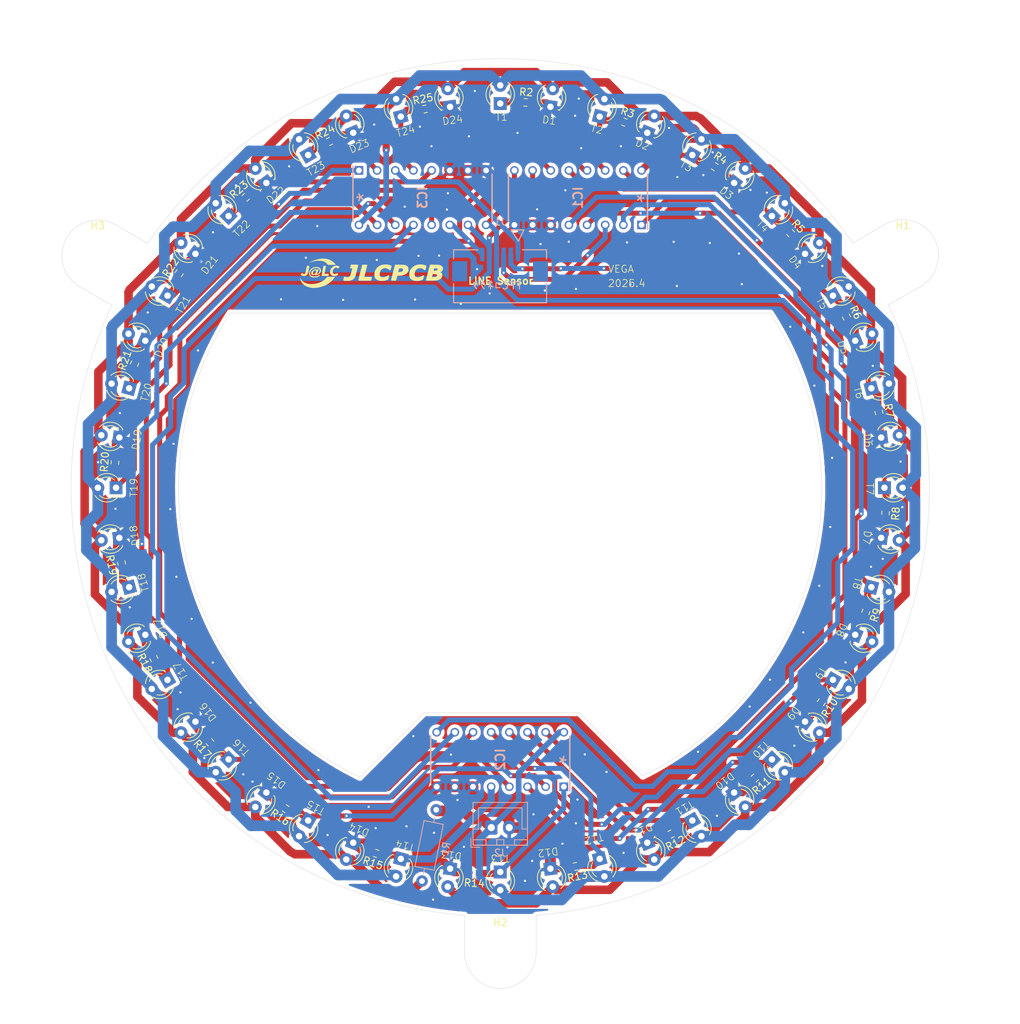
<source format=kicad_pcb>
(kicad_pcb (version 20241229) (generator "pcbnew") (generator_version "9.0")
  (layers (0 "F.Cu" signal) (2 "B.Cu" signal) (13 "F.Paste" user) (15 "B.Paste" user) (5 "F.SilkS" user "F.Silkscreen") (7 "B.SilkS" user "B.Silkscreen") (1 "F.Mask" user) (3 "B.Mask" user) (25 "Edge.Cuts" user))
  (net 0 "")
  (net 1 "GND")
  (net 2 "Net-(D1-A)")
  (net 3 "1-7")
  (net 4 "COM1")
  (net 5 "1-6")
  (net 6 "A")
  (net 7 "1-3")
  (net 8 "1-0")
  (net 9 "1-1")
  (net 10 "1-2")
  (net 11 "1-5")
  (net 12 "1-4")
  (net 13 "+5V")
  (net 14 "B")
  (net 15 "C")
  (net 16 "2-1")
  (net 17 "2-0")
  (net 18 "2-5")
  (net 19 "COM2")
  (net 20 "2-6")
  (net 21 "2-3")
  (net 22 "2-7")
  (net 23 "2-4")
  (net 24 "2-2")
  (net 25 "3-7")
  (net 26 "3-4")
  (net 27 "3-0")
  (net 28 "3-5")
  (net 29 "3-3")
  (net 30 "3-6")
  (net 31 "3-2")
  (net 32 "COM3")
  (net 33 "3-1")
  (footprint "LINESENSOR:LED Hi-FIELD" (layer "F.Cu") (at 117.291248 142.626875 142.5)
    (property "Reference" "D15")
    (property "Value" "LED")
  )
  (footprint "Resistor_SMD:R_0603_1608Metric" (layer "F.Cu") (at 114.395326 59.40065 41.25)
    (property "Reference" "R23")
    (property "Value" "100k")
  )
  (footprint "Resistor_SMD:R_0603_1608Metric" (layer "F.Cu") (at 198.431128 76.116411 -63.75)
    (property "Reference" "R6")
    (property "Value" "100k")
  )
  (footprint "LINESENSOR:NJL7052L" (layer "F.Cu") (at 112.007153 137.992848 135)
    (property "Reference" "T16")
    (property "Value" "NJL")
  )
  (footprint "LINESENSOR:LED Hi-FIELD" (layer "F.Cu") (at 182.708752 142.626876 -142.5)
    (property "Reference" "D10")
    (property "Value" "LED")
  )
  (footprint "Resistor_SMD:R_0603_1608Metric" (layer "F.Cu") (at 202.962405 89.465123 -78.75)
    (property "Reference" "R7")
    (property "Value" "100k")
  )
  (footprint "Resistor_SMD:R_0603_1608Metric" (layer "F.Cu") (at 101.568872 123.883589 116.25)
    (property "Reference" "R18")
    (property "Value" "100k")
  )
  (footprint "LINESENSOR:LED Hi-FIELD" (layer "F.Cu") (at 203.270332 92.986828 -82.5)
    (property "Reference" "D6")
    (property "Value" "LED")
  )
  (footprint "Resistor_SMD:R_0603_1608Metric" (layer "F.Cu") (at 97.037595 110.534877 101.25)
    (property "Reference" "R19")
    (property "Value" "100k")
  )
  (footprint "JLCPCBlogo:JLCPCB Big" (layer "F.Cu") (at 132 70)
    (property "Reference" "REF**" (hide yes))
    (property "Value" "JLCPCB Big" (hide yes))
  )
  (footprint "LINESENSOR:LED Hi-FIELD" (layer "F.Cu") (at 199.640047 120.561581 -112.5)
    (property "Reference" "D8")
    (property "Value" "LED")
  )
  (footprint "LINESENSOR:LED Hi-FIELD" (layer "F.Cu") (at 182.708752 57.373125 -37.5)
    (property "Reference" "D3")
    (property "Value" "LED")
  )
  (footprint "LINESENSOR:NJL7052L" (layer "F.Cu") (at 150 153.73 180)
    (property "Reference" "T13")
    (property "Value" "NJL")
  )
  (footprint "LINESENSOR:NJL7052L" (layer "F.Cu") (at 123.135 146.531545 150)
    (property "Reference" "T15")
    (property "Value" "NJL")
  )
  (footprint "Resistor_SMD:R_0603_1608Metric" (layer "F.Cu") (at 119.999207 144.899359 146.25)
    (property "Reference" "R16")
    (property "Value" "100k")
  )
  (footprint "LINESENSOR:LED Hi-FIELD" (layer "F.Cu") (at 203.270332 107.013173 -97.5)
    (property "Reference" "D7")
    (property "Value" "LED")
  )
  (footprint "Resistor_SMD:R_0603_1608Metric" (layer "F.Cu") (at 203.884382 103.531769 -93.75)
    (property "Reference" "R8")
    (property "Value" "100k")
  )
  (footprint "LINESENSOR:NJL7052L" (layer "F.Cu") (at 112.007153 62.007153 45)
    (property "Reference" "T22")
    (property "Value" "NJL")
  )
  (footprint "Resistor_SMD:R_0603_1608Metric" (layer "F.Cu") (at 194.899359 130.000793 -123.75)
    (property "Reference" "R10")
    (property "Value" "100k")
  )
  (footprint "Resistor_SMD:R_0603_1608Metric" (layer "F.Cu") (at 201.134227 117.357731 -108.75)
    (property "Reference" "R9")
    (property "Value" "100k")
  )
  (footprint "Resistor_SMD:R_0603_1608Metric" (layer "F.Cu") (at 180.000793 55.100641 -33.75)
    (property "Reference" "R4")
    (property "Value" "100k")
  )
  (footprint "LINESENSOR:NJL7052L" (layer "F.Cu") (at 201.899195 86.093653 -75)
    (property "Reference" "T6")
    (property "Value" "NJL")
  )
  (footprint "LINESENSOR:LED Hi-FIELD" (layer "F.Cu") (at 100.359953 79.438419 67.5)
    (property "Reference" "D20")
    (property "Value" "LED")
  )
  (footprint "LINESENSOR:NJL7052L" (layer "F.Cu") (at 96.27 100 90)
    (property "Reference" "T19")
    (property "Value" "NJL")
  )
  (footprint "LINESENSOR:NJL7052L" (layer "F.Cu") (at 203.73 100 -90)
    (property "Reference" "T7")
    (property "Value" "NJL")
  )
  (footprint "LINESENSOR:NJL7052L" (layer "F.Cu") (at 136.093653 48.100806 15)
    (property "Reference" "T24")
    (property "Value" "NJL")
  )
  (footprint "LINESENSOR:NJL7052L" (layer "F.Cu") (at 103.468456 126.865 120)
    (property "Reference" "T17")
    (property "Value" "NJL")
  )
  (footprint "LINESENSOR:LED Hi-FIELD" (layer "F.Cu") (at 157.013173 153.270332 -172.5)
    (property "Reference" "D12")
    (property "Value" "LED")
  )
  (footprint "LINESENSOR:LED Hi-FIELD" (layer "F.Cu") (at 117.291249 57.373125 37.5)
    (property "Reference" "D22")
    (property "Value" "LED")
  )
  (footprint "LINESENSOR:NJL7052L" (layer "F.Cu") (at 201.899195 113.906347 -105)
    (property "Reference" "T8")
    (property "Value" "NJL")
  )
  (footprint "LINESENSOR:LED Hi-FIELD" (layer "F.Cu") (at 96.729668 107.013173 97.5)
    (property "Reference" "D18")
    (property "Value" "LED")
  )
  (footprint "LINESENSOR:NJL7052L" (layer "F.Cu") (at 163.906347 48.100806 -15)
    (property "Reference" "T2")
    (property "Value" "NJL")
  )
  (footprint "LINESENSOR:LED Hi-FIELD" (layer "F.Cu") (at 96.729668 92.986827 82.5)
    (property "Reference" "D19")
    (property "Value" "LED")
  )
  (footprint "LINESENSOR:NJL7052L" (layer "F.Cu") (at 176.865 146.531545 -150)
    (property "Reference" "T11")
    (property "Value" "NJL" (hide yes))
  )
  (footprint "LINESENSOR:LED Hi-FIELD" (layer "F.Cu") (at 142.986827 153.270332 172.5)
    (property "Reference" "D13")
    (property "Value" "LED")
  )
  (footprint "LINESENSOR:LED Hi-FIELD" (layer "F.Cu") (at 157.013173 46.729668 -7.5)
    (property "Reference" "D1")
    (property "Value" "LED")
  )
  (footprint "LINESENSOR:NJL7052L" (layer "F.Cu") (at 176.865 53.468456 -30)
    (property "Reference" "T3")
    (property "Value" "NJL")
  )
  (footprint "LINESENSOR:NJL7052L" (layer "F.Cu") (at 98.100806 86.093653 75)
    (property "Reference" "T20")
    (property "Value" "NJL")
  )
  (footprint "LINESENSOR:LED Hi-FIELD" (layer "F.Cu") (at 142.986828 46.729668 7.5)
    (property "Reference" "D24")
    (property "Value" "LED")
  )
  (footprint "LINESENSOR:LED Hi-FIELD" (layer "F.Cu") (at 129.438419 50.359953 22.5)
    (property "Reference" "D23")
    (property "Value" "LED")
  )
  (footprint "LINESENSOR:LED Hi-FIELD" (layer "F.Cu") (at 199.640047 79.438419 -67.5)
    (property "Reference" "D5")
    (property "Value" "LED")
  )
  (footprint "Resistor_SMD:R_0603_1608Metric" (layer "F.Cu") (at 139.465123 47.037595 11.25)
    (property "Reference" "R25")
    (property "Value" "100k")
  )
  (footprint "LINESENSOR:NJL7052L" (layer "F.Cu") (at 196.531545 73.135 -60)
    (property "Reference" "T5")
    (property "Value" "NJL")
  )
  (footprint "Resistor_SMD:R_0603_1608Metric" (layer "F.Cu") (at 173.883589 148.431128 -153.75)
    (property "Reference" "R12")
    (property "Value" "100k")
  )
  (footprint "LINESENSOR:LED Hi-FIELD" (layer "F.Cu") (at 100.359953 120.561581 112.5)
    (property "Reference" "D17")
    (property "Value" "LED")
  )
  (footprint "Resistor_SMD:R_0603_1608Metric" (layer "F.Cu") (at 153.531769 46.115618 -3.75)
    (property "Reference" "R2")
    (property "Value" "100k")
  )
  (footprint "MountingHole:MountingHole_3.2mm_M3" (layer "F.Cu") (at 150.010394 165.01)
    (property "Reference" "H2")
    (property "Value" "MountingHole")
  )
  (footprint "LINESENSOR:LED Hi-FIELD" (layer "F.Cu") (at 192.626875 67.291248 -52.5)
    (property "Reference" "D4")
    (property "Value" "LED")
  )
  (footprint "Resistor_SMD:R_0603_1608Metric" (layer "F.Cu") (at 190.59935 64.395326 -48.75)
    (property "Reference" "R5")
    (property "Value" "100k")
  )
  (footprint "LINESENSOR:LED Hi-FIELD" (layer "F.Cu") (at 129.438419 149.640047 157.5)
    (property "Reference" "D14")
    (property "Value" "LED")
  )
  (footprint "Resistor_SMD:R_0603_1608Metric" (layer "F.Cu") (at 105.100641 69.999207 56.25)
    (property "Reference" "R22")
    (property "Value" "100k")
  )
  (footprint "Resistor_SMD:R_0603_1608Metric" (layer "F.Cu") (at 132.642269 151.134227 161.246)
    (property "Reference" "R15")
    (property "Value" "100k")
  )
  (footprint "LINESENSOR:NJL7052L" (layer "F.Cu") (at 187.992848 137.992848 -135)
    (property "Reference" "T10")
    (property "Value" "NJL")
  )
  (footprint "LINESENSOR:LED Hi-FIELD" (layer "F.Cu") (at 170.561581 149.640047 -157.5)
    (property "Reference" "D11")
    (property "Value" "LED")
  )
  (footprint "LINESENSOR:NJL7052L" (layer "F.Cu") (at 103.468456 73.135 60)
    (property "Reference" "T21")
    (property "Value" "NJL")
  )
  (footprint "LINESENSOR:NJL7052L" (layer "F.Cu") (at 163.906347 151.899195 -165)
    (property "Reference" "T12")
    (property "Value" "NJL")
  )
  (footprint "LINESENSOR:LED Hi-FIELD" (layer "F.Cu") (at 170.561581 50.359953 -22.5)
    (property "Reference" "D2")
    (property "Value" "LED")
  )
  (footprint "LINESENSOR:NJL7052L" (layer "F.Cu") (at 136.093653 151.899195 165)
    (property "Reference" "T14")
    (property "Value" "NJL")
  )
  (footprint "LINESENSOR:NJL7052L" (layer "F.Cu") (at 98.100806 113.906347 105)
    (property "Reference" "T18")
    (property "Value" "NJL")
  )
  (footprint "Resistor_SMD:R_0603_1608Metric" (layer "F.Cu") (at 146.468231 153.884382 176.25)
    (property "Reference" "R14")
    (property "Value" "100k")
  )
  (footprint "Resistor_SMD:R_0603_1608Metric" (layer "F.Cu") (at 98.865773 82.642269 71.25)
    (property "Reference" "R21")
    (property "Value" "100k")
  )
  (footprint "Resistor_SMD:R_0603_1608Metric" (layer "F.Cu") (at 109.40065 135.604674 131.25)
    (property "Reference" "R17")
    (property "Value" "100k")
  )
  (footprint "LINESENSOR:LED Hi-FIELD" (layer "F.Cu") (at 107.373125 132.708752 127.5)
    (property "Reference" "D16")
    (property "Value" "LED")
  )
  (footprint "LINESENSOR:LED Hi-FIELD" (layer "F.Cu") (at 107.373125 67.291248 52.5)
    (property "Reference" "D21")
    (property "Value" "LED")
  )
  (footprint "LINESENSOR:NJL7052L" (layer "F.Cu") (at 150 46.27)
    (property "Reference" "T1")
    (property "Value" "NJL")
  )
  (footprint "Resistor_SMD:R_0603_1608Metric" (layer "F.Cu") (at 167.357731 48.865773 -18.75)
    (property "Reference" "R3")
    (property "Value" "100k")
  )
  (footprint "LINESENSOR:NJL7052L" (layer "F.Cu") (at 123.135 53.468455 30)
    (property "Reference" "T23")
    (property "Value" "NJL")
  )
  (footprint "MountingHole:MountingHole_3.2mm_M3" (layer "F.Cu") (at 206.290127 67.5)
    (property "Reference" "H1")
    (property "Value" "MountingHole")
  )
  (footprint "Resistor_SMD:R_0603_1608Metric" (layer "F.Cu") (at 96.115618 96.468231 86.25)
    (property "Reference" "R20")
    (property "Value" "100k")
  )
  (footprint "Resistor_SMD:R_0603_1608Metric" (layer "F.Cu") (at 185.604674 140.59935 -138.75)
    (property "Reference" "R11")
    (property "Value" "100k")
  )
  (footprint "LINESENSOR:NJL7052L" (layer "F.Cu") (at 196.531545 126.865 -120)
    (property "Reference" "T9")
    (property "Value" "NJL")
  )
  (footprint "LINESENSOR:LED Hi-FIELD" (layer "F.Cu") (at 192.626875 132.708752 -127.5)
    (property "Reference" "D9")
    (property "Value" "LED")
  )
  (footprint "Resistor_SMD:R_0603_1608Metric" (layer "F.Cu") (at 160.534877 152.962405 -168.75)
    (property "Reference" "R13")
    (property "Value" "100k")
  )
  (footprint "LINESENSOR:NJL7052L" (layer "F.Cu") (at 187.992848 62.007153 -45)
    (property "Reference" "T4")
    (property "Value" "NJL")
  )
  (footprint "Resistor_SMD:R_0603_1608Metric" (layer "F.Cu") (at 126.116411 51.568872 26.25)
    (property "Reference" "R24")
    (property "Value" "100k")
  )
  (footprint "MountingHole:MountingHole_3.2mm_M3" (layer "F.Cu") (at 93.679873 67.55)
    (property "Reference" "H3")
    (property "Value" "MountingHole")
  )
  (footprint "Resistor_THT:R_Axial_DIN0207_L6.3mm_D2.5mm_P10.16mm_Horizontal" (layer "B.Cu") (at 139.059335 155.002439 78.75)
    (property "Reference" "R1")
    (property "Value" "10")
  )
  (footprint "Connector_JST:JST_XH_B2B-XH-A_1x02_P2.50mm_Vertical" (layer "B.Cu") (at 148.75 147.525)
    (property "Reference" "J2")
    (property "Value" "Conn_01x02_Pin")
  )
  (footprint "LINESENSOR:TC4051BP_THT" (layer "B.Cu") (at 160.8704 59.431115 90)
    (property "Reference" "IC1")
    (property "Value" "TC4051BP_THT" (hide yes))
  )
  (footprint "LINESENSOR:TC4051BP_THT" (layer "B.Cu") (at 139.1296 59.431115 -90)
    (property "Reference" "IC3")
    (property "Value" "TC4051BP_THT" (hide yes))
  )
  (footprint "LINESENSOR:CON_522710679_MOL" (layer "B.Cu") (at 149.975 70.425 180)
    (property "Reference" "J1")
    (property "Value" "Conn_01x06_Socket")
  )
  (footprint "LINESENSOR:TC4051BP_THT" (layer "B.Cu") (at 150 138 90)
    (property "Reference" "IC2")
    (property "Value" "TC4051BP_THT" (hide yes))
  )
  (gr_line (start 199.46 65.67) (end 199.286795 65.77) (stroke (width 0.05)) (layer "Edge.Cuts"))
  (gr_line (start 100.51 65.719873) (end 100.683205 65.819873) (stroke (width 0.05)) (layer "Edge.Cuts"))
  (gr_line (start 204.46 74.33) (end 204.286795 74.43) (stroke (width 0.05)) (layer "Edge.Cuts"))
  (gr_arc (start 130.36 140.48) (mid 106.666983 112.108248) (end 112.221021 75.564192) (stroke (width 0.05)) (layer "Edge.Cuts"))
  (gr_arc (start 155.02 165.01) (mid 150.010394 170.019606) (end 145.000788 165.01) (stroke (width 0.05)) (layer "Edge.Cuts"))
  (gr_line (start 199.46 65.67) (end 203.790127 63.17) (stroke (width 0.05)) (layer "Edge.Cuts"))
  (gr_line (start 139.39 131.45) (end 161.05 131.45) (stroke (width 0.05)) (layer "Edge.Cuts"))
  (gr_line (start 145.000788 160.009973) (end 145.000788 165.01) (stroke (width 0.05)) (layer "Edge.Cuts"))
  (gr_line (start 100.51 65.719873) (end 96.179873 63.219873) (stroke (width 0.05)) (layer "Edge.Cuts"))
  (gr_line (start 139.39 131.45) (end 130.36 140.48) (stroke (width 0.05)) (layer "Edge.Cuts"))
  (gr_line (start 95.51 74.380127) (end 95.683205 74.480127) (stroke (width 0.05)) (layer "Edge.Cuts"))
  (gr_line (start 157.98 75.57) (end 187.76 75.57) (stroke (width 0.05)) (layer "Edge.Cuts"))
  (gr_line (start 157.98 75.57) (end 141.98 75.57) (stroke (width 0.05)) (layer "Edge.Cuts"))
  (gr_line (start 95.51 74.380127) (end 91.179873 71.880127) (stroke (width 0.05)) (layer "Edge.Cuts"))
  (gr_arc (start 187.759999 75.570001) (mid 193.359574 111.941094) (end 169.928787 140.317315) (stroke (width 0.05)) (layer "Edge.Cuts"))
  (gr_line (start 155.02 160.009973) (end 155.02 165.01) (stroke (width 0.05)) (layer "Edge.Cuts"))
  (gr_arc (start 145.000409 159.804533) (mid 98.041632 130.031752) (end 95.683206 74.480127) (stroke (width 0.05)) (layer "Edge.Cuts"))
  (gr_arc (start 204.286795 74.43) (mid 201.973055 129.99471) (end 155.019749 159.797016) (stroke (width 0.05)) (layer "Edge.Cuts"))
  (gr_arc (start 100.680098 65.81772) (mid 149.97096 39.992666) (end 199.286794 65.77) (stroke (width 0.05)) (layer "Edge.Cuts"))
  (gr_arc (start 91.179873 71.880126) (mid 89.349747 65.05) (end 96.179873 63.219874) (stroke (width 0.05)) (layer "Edge.Cuts"))
  (gr_line (start 145.000788 160.009973) (end 145.000788 159.8) (stroke (width 0.05)) (layer "Edge.Cuts"))
  (gr_line (start 141.98 75.57) (end 112.22 75.57) (stroke (width 0.05)) (layer "Edge.Cuts"))
  (gr_line (start 155.02 160.009973) (end 155.02 159.8) (stroke (width 0.05)) (layer "Edge.Cuts"))
  (gr_arc (start 203.790127 63.170001) (mid 210.620126 65) (end 208.790127 71.829999) (stroke (width 0.05)) (layer "Edge.Cuts"))
  (gr_line (start 204.46 74.33) (end 208.790127 71.83) (stroke (width 0.05)) (layer "Edge.Cuts"))
  (gr_line (start 169.928787 140.317315) (end 161.05 131.45) (stroke (width 0.05)) (layer "Edge.Cuts"))
  (gr_text "2025.4" (at 165 72 0) (layer "F.SilkS") (effects (font (size 1 1) (thickness 0.1)) (justify left bottom)))
  (gr_text "LINE Sensor" (at 145.41 71.66 0) (layer "F.SilkS") (effects (font (size 1 1) (thickness 0.2) (bold yes)) (justify left bottom)))
  (gr_text "VEGA" (at 165 70 0) (layer "F.SilkS") (effects (font (size 1 1) (thickness 0.1)) (justify left bottom)))
  (segment (start 126.856331 51.203984) (end 127.435315 50.625) (width 1) (layer "F.Cu") (net 1))
  (segment (start 96.169576 93.546919) (end 96.729668 92.986827) (width 1) (layer "F.Cu") (net 1))
  (segment (start 129.173372 50.625) (end 129.438419 50.359953) (width 1) (layer "F.Cu") (net 1))
  (segment (start 96.169576 95.644997) (end 96.169576 93.546919) (width 1) (layer "F.Cu") (net 1))
  (segment (start 99.130962 80.66741) (end 100.359953 79.438419) (width 1) (layer "F.Cu") (net 1))
  (segment (start 192.402716 66.275) (end 192.425 66.275) (width 1) (layer "F.Cu") (net 1))
  (segment (start 142.9396 55.621115) (end 148.0196 55.621115) (width 1.5) (layer "F.Cu") (net 1))
  (segment (start 96.876645 109.725729) (end 96.35 109.199084) (width 1) (layer "F.Cu") (net 1))
  (segment (start 105.558986 69.313245) (end 105.558986 69.105387) (width 1) (layer "F.Cu") (net 1))
  (segment (start 180.686755 55.558986) (end 180.894613 55.558986) (width 1) (layer "F.Cu") (net 1))
  (segment (start 107.75 133.085627) (end 107.373125 132.708752) (width 1) (layer "F.Cu") (net 1))
  (segment (start 96.35 107.392841) (end 96.729668 107.013173) (width 1) (layer "F.Cu") (net 1))
  (segment (start 146.19 141.81) (end 146.19 143.37) (width 1.5) (layer "F.Cu") (net 1))
  (segment (start 203.830424 104.355003) (end 203.830424 106.453081) (width 1) (layer "F.Cu") (net 1))
  (segment (start 183.923124 142.626876) (end 182.708752 142.626876) (width 1) (layer "F.Cu") (net 1))
  (segment (start 147.445 144.625) (end 149.455 144.625) (width 1.5) (layer "F.Cu") (net 1))
  (segment (start 172.614685 149.325) (end 170.876628 149.325) (width 1) (layer "F.Cu") (net 1))
  (segment (start 203.123355 92.839851) (end 203.270332 92.986828) (width 1) (layer "F.Cu") (net 1))
  (segment (start 168.138948 49.130962) (end 169.367939 50.359953) (width 1) (layer "F.Cu") (net 1))
  (segment (start 108.85669 134.984406) (end 107.772284 133.9) (width 1) (layer "F.Cu") (net 1))
  (segment (start 139.356542 149.640047) (end 142.986827 153.270332) (width 1.2) (layer "F.Cu") (net 1))
  (segment (start 154.355003 46.169576) (end 156.453081 46.169576) (width 1) (layer "F.Cu") (net 1))
  (segment (start 194.441014 130.686755) (end 194.441014 130.894613) (width 1) (layer "F.Cu") (net 1))
  (segment (start 142.9396 46.776896) (end 142.986828 46.729668) (width 1.5) (layer "F.Cu") (net 1))
  (segment (start 96.35 109.199084) (end 96.35 107.392841) (width 1) (layer "F.Cu") (net 1))
  (segment (start 200.869038 118.138948) (end 199.640047 119.367939) (width 1) (layer "F.Cu") (net 1))
  (segment (start 151.25 147.525) (end 154.6 147.525) (width 1.5) (layer "F.Cu") (net 1))
  (segment (start 199.640047 77.700362) (end 199.640047 79.438419) (width 1) (layer "F.Cu") (net 1))
  (segment (start 131.86107 150.868985) (end 130.667357 150.868985) (width 1) (layer "F.Cu") (net 1))
  (segment (start 169.367939 50.359953) (end 170.561581 50.359953) (width 1) (layer "F.Cu") (net 1))
  (segment (start 101.203984 123.143669) (end 101.203984 122.673672) (width 1) (layer "F.Cu") (net 1))
  (segment (start 159.578752 153.270332) (end 157.013173 153.270332) (width 1) (layer "F.Cu") (net 1))
  (segment (start 137.793458 149.640047) (end 129.438419 149.640047) (width 1.2) (layer "F.Cu") (net 1))
  (segment (start 119.313245 144.441014) (end 119.105387 144.441014) (width 1) (layer "F.Cu") (net 1))
  (segment (start 143.546919 153.830424) (end 142.986827 153.270332) (width 1) (layer "F.Cu") (net 1))
  (segment (start 145.644997 153.830424) (end 143.546919 153.830424) (width 1) (layer "F.Cu") (net 1))
  (segment (start 142.73216 46.475) (end 142.986828 46.729668) (width 1) (layer "F.Cu") (net 1))
  (segment (start 159.725729 153.123355) (end 159.578752 153.270332) (width 1) (layer "F.Cu") (net 1))
  (segment (start 105.558986 69.105387) (end 107.373125 67.291248) (width 1) (layer "F.Cu") (net 1))
  (segment (start 127.435315 50.625) (end 129.173372 50.625) (width 1) (layer "F.Cu") (net 1))
  (segment (start 140.675916 46.475) (end 142.73216 46.475) (width 1) (layer "F.Cu") (net 1))
  (segment (start 119.105387 144.441014) (end 117.291248 142.626875) (width 1) (layer "F.Cu") (net 1))
  (segment (start 154.6 147.525) (end 157.013173 149.938173) (width 1.5) (layer "F.Cu") (net 1))
  (segment (start 151.25 146.42) (end 151.25 147.525) (width 1.5) (layer "F.Cu") (net 1))
  (segment (start 101.203984 122.673672) (end 100.359953 121.829641) (width 1) (layer "F.Cu") (net 1))
  (segment (start 184.984406 141.565594) (end 183.923124 142.626876) (width 1) (layer "F.Cu") (net 1))
  (segment (start 138.575 148.858505) (end 138.575 144.345) (width 1.5) (layer "F.Cu") (net 1))
  (segment (start 138.575 144.345) (end 141.11 141.81) (width 1.5) (layer "F.Cu") (net 1))
  (segment (start 115.015594 58.834406) (end 116.476875 57.373125) (width 1) (layer "F.Cu") (net 1))
  (segment (start 203.830424 106.453081) (end 203.270332 107.013173) (width 1) (layer "F.Cu") (net 1))
  (segment (start 107.772284 133.9) (end 107.75 133.9) (width 1) (layer "F.Cu") (net 1))
  (segment (start 142.9396 55.621115) (end 142.9396 46.776896) (width 1.5) (layer "F.Cu") (net 1))
  (segment (start 149.455 144.625) (end 151.25 146.42) (width 1.5) (layer "F.Cu") (net 1))
  (segment (start 146.19 143.37) (end 147.445 144.625) (width 1.5) (layer "F.Cu") (net 1))
  (segment (start 199.640047 119.367939) (end 199.640047 120.561581) (width 1) (layer "F.Cu") (net 1))
  (segment (start 173.143669 148.796016) (end 172.614685 149.325) (width 1) (layer "F.Cu") (net 1))
  (segment (start 203.123355 90.274271) (end 203.123355 92.839851) (width 1) (layer "F.Cu") (net 1))
  (segment (start 116.476875 57.373125) (end 117.291249 57.373125) (width 1) (layer "F.Cu") (net 1))
  (segment (start 99.130962 81.861052) (end 99.130962 80.66741) (width 1) (layer "F.Cu") (net 1))
  (segment (start 180.894613 55.558986) (end 182.708752 57.373125) (width 1) (layer "F.Cu") (net 1))
  (segment (start 156.453081 46.169576) (end 157.013173 46.729668) (width 1) (layer "F.Cu") (net 1))
  (segment (start 140.274271 46.876645) (end 140.675916 46.475) (width 1) (layer "F.Cu") (net 1))
  (segment (start 170.876628 149.325) (end 170.561581 149.640047) (width 1) (layer "F.Cu") (net 1))
  (segment (start 157.013173 149.938173) (end 157.013173 153.270332) (width 1.5) (layer "F.Cu") (net 1))
  (segment (start 192.425 67.089373) (end 192.626875 67.291248) (width 1) (layer "F.Cu") (net 1))
  (segment (start 198.796016 76.856331) (end 199.640047 77.700362) (width 1) (layer "F.Cu") (net 1))
  (segment (start 192.425 66.275) (end 192.425 67.089373) (width 1) (layer "F.Cu") (net 1))
  (segment (start 191.14331 65.015594) (end 192.402716 66.275) (width 1) (layer "F.Cu") (net 1))
  (segment (start 100.359953 121.829641) (end 100.359953 120.561581) (width 1) (layer "F.Cu") (net 1))
  (segment (start 184.984406 141.14331) (end 184.984406 141.565594) (width 1) (layer "F.Cu") (net 1))
  (segment (start 107.75 133.9) (end 107.75 133.085627) (width 1) (layer "F.Cu") (net 1))
  (segment (start 151.9804 63.241115) (end 157.0604 63.241115) (width 1.5) (layer "F.Cu") (net 1))
  (segment (start 194.441014 130.894613) (end 192.626875 132.708752) (width 1) (layer "F.Cu") (net 1))
  (segment (start 115.015594 58.85669) (end 115.015594 58.834406) (width 1) (layer "F.Cu") (net 1))
  (segment (start 143.65 141.81) (end 146.19 141.81) (width 1.5) (layer "F.Cu") (net 1))
  (segment (start 137.793458 149.640047) (end 139.356542 149.640047) (width 1.2) (layer "F.Cu") (net 1))
  (segment (start 130.667357 150.868985) (end 129.438419 149.640047) (width 1) (layer "F.Cu") (net 1))
  (segment (start 141.11 141.81) (end 143.65 141.81) (width 1.5) (layer "F.Cu") (net 1))
  (via (at 167.73 65.69) (size 0.6) (drill 0.3) (layers "F.Cu" "B.Cu") (net 1))
  (via (at 161.82 137.29) (size 0.6) (drill 0.3) (layers "F.Cu" "B.Cu") (net 1))
  (via (at 138.76 49.5) (size 0.6) (drill 0.3) (layers "F.Cu" "B.Cu") (net 1))
  (via (at 106.84 118.33) (size 0.6) (drill 0.3) (layers "F.Cu" "B.Cu") (net 1))
  (via (at 179.3 65.77) (size 0.6) (drill 0.3) (layers "F.Cu" "B.Cu") (net 1))
  (via (at 143.1 137.32) (size 0.6) (drill 0.3) (layers "F.Cu" "B.Cu") (net 1))
  (via (at 159.58 65.59) (size 0.6) (drill 0.3) (layers "F.Cu" "B.Cu") (net 1))
  (via (at 152.42 50.38) (size 0.6) (drill 0.3) (layers "F.Cu" "B.Cu") (net 1))
  (via (at 183.37 67.25) (size 0.6) (drill 0.3) (layers "F.Cu" "B.Cu") (net 1))
  (via (at 140.73 148.25) (size 0.6) (drill 0.3) (layers "F.Cu" "B.Cu") (net 1))
  (via (at 159.11 58.4) (size 0.6) (drill 0.3) (layers "F.Cu" "B.Cu") (net 1))
  (via (at 187.02 141.77) (size 0.6) (drill 0.3) (layers "F.Cu" "B.Cu") (net 1))
  (via (at 183.79 71.53) (size 0.6) (drill 0.3) (layers "F.Cu" "B.Cu") (net 1))
  (via (at 187.28 58.73) (size 0.6) (drill 0.3) (layers "F.Cu" "B.Cu") (net 1))
  (via (at 161.32 52.52) (size 0.6) (drill 0.3) (layers "F.Cu" "B.Cu") (net 1))
  (via (at 180.31 145.87) (size 0.6) (drill 0.3) (layers "F.Cu" "B.Cu") (net 1))
  (via (at 206.23 102.71) (size 0.6) (drill 0.3) (layers "F.Cu" "B.Cu") (net 1))
  (via (at 142.68 58.82) (size 0.6) (drill 0.3) (layers "F.Cu" "B.Cu") (net 1))
  (via (at 156.24 72.41) (size 0.6) (drill 0.3) (layers "F.Cu" "B.Cu") (net 1))
  (via (at 132.73 68.14) (size 0.6) (drill 0.3) (layers "F.Cu" "B.Cu") (net 1))
  (via (at 153.46 154.98) (size 0.6) (drill 0.3) (layers "F.Cu" "B.Cu") (net 1))
  (via (at 136.89 147.35) (size 0.6) (drill 0.3) (layers "F.Cu" "B.Cu") (net 1))
  (via (at 160.97 45.58) (size 0.6) (drill 0.3) (layers "F.Cu" "B.Cu") (net 1))
  (via (at 164.86 139.74) (size 0.6) (drill 0.3) (layers "F.Cu" "B.Cu") (net 1))
  (via (at 184.99 58.35) (size 0.6) (drill 0.3) (layers "F.Cu" "B.Cu") (net 1))
  (via (at 105.27 128.62) (size 0.6) (drill 0.3) (layers "F.Cu" "B.Cu") (net 1))
  (via (at 187.72 126.85) (size 0.6) (drill 0.3) (layers "F.Cu" "B.Cu") (net 1))
  (via (at 104.88 130.97) (size 0.6) (drill 0.3) (layers "F.Cu" "B.Cu") (net 1))
  (via (at 203.49 109.94) (size 0.6) (drill 0.3) (layers "F.Cu" "B.Cu") (net 1))
  (via (at 198.29 124.43) (size 0.6) (drill 0.3) (layers "F.Cu" "B.Cu") (net 1))
  (via (at 132.37 49.21) (size 0.6) (drill 0.3) (layers "F.Cu" "B.Cu") (net 1))
  (via (at 107.73 80.8) (size 0.6) (drill 0.3) (layers "F.Cu" "B.Cu") (net 1))
  (via (at 113.04 57.72) (size 0.6) (drill 0.3) (layers "F.Cu" "B.Cu") (net 1))
  (via (at 168.19 71.57) (size 0.6) (drill 0.3) (layers "F.Cu" "B.Cu") (net 1))
  (via (at 174.25 65.61) (size 0.6) (drill 0.3) (layers "F.Cu" "B.Cu") (net 1))
  (via (at 122.81 67.83) (size 0.6) (drill 0.3) (layers "F.Cu" "B.Cu") (net 1))
  (via (at 179.7 53.09) (size 0.6) (drill 0.3) (layers "F.Cu" "B.Cu") (net 1))
  (via (at 114.07 140.08) (size 0.6) (drill 0.3) (layers "F.Cu" "B.Cu") (net 1))
  (via (at 205.98 96.34) (size 0.6) (drill 0.3) (layers "F.Cu" "B.Cu") (net 1))
  (via (at 124.57 139.48) (size 0.6) (drill 0.3) (layers "F.Cu" "B.Cu") (net 1))
  (via (at 140.61 157.6) (size 0.6) (drill 0.3) (layers "F.Cu" "B.Cu") (net 1))
  (via (at 100.7 75.49) (size 0.6) (drill 0.3) (layers "F.Cu" "B.Cu") (net 1))
  (via (at 138.1 73.68) (size 0.6) (drill 0.3) (layers "F.Cu" "B.Cu") (net 1))
  (via (at 155.63 65.92) (size 0.6) (drill 0.3) (layers "F.Cu" "B.Cu") (net 1))
  (via (at 166.88 52.24) (size 0.6) (drill 0.3) (layers "F.Cu" "B.Cu") (net 1))
  (via (at 98.19 116.72) (size 0.6) (drill 0.3) (layers "F.Cu" "B.Cu") (net 1))
  (via (at 160.58 146.92) (size 0.6) (drill 0.3) (layers "F.Cu" "B.Cu") (net 1))
  (via (at 96.8 89.56) (size 0.6) (drill 0.3) (layers "F.Cu" "B.Cu") (net 1))
  (via (at 160.8 143.61) (size 0.6) (drill 0.3) (layers "F.Cu" "B.Cu") (net 1))
  (via (at 144.92 150.21) (size 0.6) (drill 0.3) (layers "F.Cu" "B.Cu") (net 1))
  (via (at 115.07 130.06) (size 0.6) (drill 0.3) (layers "F.Cu" "B.Cu") (net 1))
  (via (at 132.58 147.6) (size 0.6) (drill 0.3) (layers "F.Cu" "B.Cu") (net 1))
  (via (at 196.41 95.82) (size 0.6) (drill 0.3) (layers "F.Cu" "B.Cu") (net 1))
  (via (at 109.8 124.45) (size 0.6) (drill 0.3) (layers "F.Cu" "B.Cu") (net 1))
  (via (at 103.86 102.99) (size 0.6) (drill 0.3) (layers "F.Cu" "B.Cu") (net 1))
  (via (at 194.62 113.71) (size 0.6) (drill 0.3) (layers "F.Cu" "B.Cu") (net 1))
  (via (at 109.83 64.27) (size 0.6) (drill 0.3) (layers "F.Cu" "B.Cu") (net 1))
  (via (at 146.44 44.51) (size 0.6) (drill 0.3) (layers "F.Cu" "B.Cu") (net 1))
  (via (at 96.19 102.94) (size 0.6) (drill 0.3) (layers "F.Cu" "B.Cu") (net 1))
  (via (at 136.64 60.69) (size 0.6) (drill 0.3) (layers "F.Cu" "B.Cu") (net 1))
  (via (at 131.59 144.62) (size 0.6) (drill 0.3) (layers "F.Cu" "B.Cu") (net 1))
  (via (at 201.86 111.05) (size 0.6) (drill 0.3) (layers "F.Cu" "B.Cu") (net 1))
  (via (at 158.7 149.78) (size 0.6) (drill 0.3) (layers "F.Cu" "B.Cu") (net 1))
  (via (at 174.7 71.79) (size 0.6) (drill 0.3) (layers "F.Cu" "B.Cu") (net 1))
  (via (at 137.85 134.74) (size 0.6) (drill 0.3) (layers "F.Cu" "B.Cu") (net 1))
  (via (at 196.15 105.49) (size 0.6) (drill 0.3) (layers "F.Cu" "B.Cu") (net 1))
  (via (at 199.82 75.72) (size 0.6) (drill 0.3) (layers "F.Cu" "B.Cu") (net 1))
  (via (at 202.1 82.95) (size 0.6) (drill 0.3) (layers "F.Cu" "B.Cu") (net 1))
  (via (at 154.46 152.19) (size 0.6) (drill 0.3) (layers "F.Cu" "B.Cu") (net 1))
  (via (at 184.88 130.6) (size 0.6) (drill 0.3) (layers "F.Cu" "B.Cu") (net 1))
  (via (at 177.67 136.93) (size 0.6) (drill 0.3) (layers "F.Cu" "B.Cu") (net 1))
  (via (at 108.62 137.8) (size 0.6) (drill 0.3) (layers "F.Cu" "B.Cu") (net 1))
  (via (at 142.54 61.1) (size 0.6) (drill 0.3) (layers "F.Cu" "B.Cu") (net 1))
  (via (at 178.41 56.28) (size 0.6) (drill 0.3) (layers "F.Cu" "B.Cu") (net 1))
  (via (at 125.85 148.56) (size 0.6) (drill 0.3) (layers "F.Cu" "B.Cu") (net 1))
  (via (at 128.03 73.73) (size 0.6) (drill 0.3) (layers "F.Cu" "B.Cu") (net 1))
  (via (at 193.93 85.72) (size 0.6) (drill 0.3) (layers "F.Cu" "B.Cu") (net 1))
  (via (at 151 150.28) (size 0.6) (drill 0.3) (layers "F.Cu" "B.Cu") (net 1))
  (via (at 160.47 47.97) (size 0.6) (drill 0.3) (layers "F.Cu" "B.Cu") (net 1))
  (via (at 154.65 145.67) (size 0.6) (drill 0.3) (layers "F.Cu" "B.Cu") (net 1))
  (via (at 141.45 67.54) (size 0.6) (drill 0.3) (layers "F.Cu" "B.Cu") (net 1))
  (via (at 104.31 93.86) (size 0.6) (drill 0.3) (layers "F.Cu" "B.Cu") (net 1))
  (via (at 138.57 67.57) (size 0.6) (drill 0.3) (layers "F.Cu" "B.Cu") (net 1))
  (via (at 124.41 63.41) (size 0.6) (drill 0.3) (layers "F.Cu" "B.Cu") (net 1))
  (via (at 144.02 143.67) (size 0.6) (drill 0.3) (layers "F.Cu" "B.Cu") (net 1))
  (via (at 146.76 69.43) (size 0.6) (drill 0.3) (layers "F.Cu" "B.Cu") (net 1))
  (via (at 120.48 55.05) (size 0.6) (drill 0.3) (layers "F.Cu" "B.Cu") (net 1))
  (via (at 93.77 96.43) (size 0.6) (drill 0.3) (layers "F.Cu" "B.Cu") (net 1))
  (via (at 167.24 151.06) (size 0.6) (drill 0.3) (layers "F.Cu" "B.Cu") (net 1))
  (via (at 155.16 61.07) (size 0.6) (drill 0.3) (layers "F.Cu" "B.Cu") (net 1))
  (via (at 104.7 112.45) (size 0.6) (drill 0.3) (layers "F.Cu" "B.Cu") (net 1))
  (via (at 174.77 56.55) (size 0.6) (drill 0.3) (layers "F.Cu" "B.Cu") (net 1))
  (via (at 140.38 52.24) (size 0.6) (drill 0.3) (layers "F.Cu" "B.Cu") (net 1))
  (via (at 160.59 72.19) (size 0.6) (drill 0.3) (layers "F.Cu" "B.Cu") (net 1))
  (via (at 191.13 136.07) (size 0.6) (drill 0.3) (layers "F.Cu" "B.Cu") (net 1))
  (via (at 190.56 77.48) (size 0.6) (drill 0.3) (layers "F.Cu" "B.Cu") (net 1))
  (via (at 115.35 141.1) (size 0.6) (drill 0.3) (layers "F.Cu" "B.Cu") (net 1))
  (via (at 192.38 120.23) (size 0.6) (drill 0.3) (layers "F.Cu" "B.Cu") (net 1))
  (via (at 144.49 74.29) (size 0.6) (drill 0.3) (layers "F.Cu" "B.Cu") (net 1))
  (via (at 195.04 68.97) (size 0.6) (drill 0.3) (layers "F.Cu" "B.Cu") (net 1))
  (via (at 145.62 50.85) (size 0.6) (drill 0.3) (layers "F.Cu" "B.Cu") (net 1))
  (via (at 148.52 72.83) (size 0.6) (drill 0.3) (layers "F.Cu" "B.Cu") (net 1))
  (via (at 119.34 73.64) (size 0.6) (drill 0.3) (layers "F.Cu" "B.Cu") (net 1))
  (via (at 173.61 49.69) (size 0.6) (drill 0.3) (layers "F.Cu" "B.Cu") (net 1))
  (segment (start 199.640047 120.561581) (end 192.626875 127.574753) (width 1.2) (layer "B.Cu") (net 1))
  (segment (start 155.017841 48.725) (end 144.98216 48.725) (width 1.2) (layer "B.Cu") (net 1))
  (segment (start 201.9 94.35716) (end 201.9 105.642841) (width 1) (layer "B.Cu") (net 1))
  (segment (start 181.310628 144.025) (end 182.708752 142.626876) (width 1.2) (layer "B.Cu") (net 1))
  (segment (start 199.640047 89.356543) (end 199.640047 79.438419) (width 1.2) (layer "B.Cu") (net 1))
  (segment (start 100.359953 79.438419) (end 100.359953 89.356542) (width 1.2) (layer "B.Cu") (net 1))
  (segment (start 96.729668 92.986827) (end 98.3 94.557159) (width 1.2) (layer "B.Cu") (net 1))
  (segment (start 152.029997 59.631512) (end 152.029997 63.191519) (width 1.5) (layer "B.Cu") (net 1))
  (segment (start 122.425247 57.373125) (end 117.291249 57.373125) (width 1) (layer "B.Cu") (net 1))
  (segment (start 192.626875 67.291248) (end 192.626875 72.425247) (width 1.2) (layer "B.Cu") (net 1))
  (segment (start 100.359953 110.643458) (end 100.359953 120.561581) (width 1.2) (layer "B.Cu") (net 1))
  (segment (start 182.708752 142.626876) (end 182.708752 140.241248) (width 1.2) (layer "B.Cu") (net 1))
  (segment (start 170.561581 149.640047) (end 170.561581 148.888419) (width 1.2) (layer "B.Cu") (net 1))
  (segment (start 117.291249 60.608751) (end 117.291249 57.373125) (width 1.5) (layer "B.Cu") (net 1))
  (segment (start 98.3 105.442841) (end 96.729668 107.013173) (width 1.2) (layer "B.Cu") (net 1))
  (segment (start 109.175 67.291248) (end 110.608752 67.291248) (width 1.5) (layer "B.Cu") (net 1))
  (segment (start 192.626875 127.574753) (end 192.626875 132.708752) (width 1.2) (layer "B.Cu") (net 1))
  (segment (start 142.986828 46.729668) (end 138.866496 50.85) (width 1) (layer "B.Cu") (net 1))
  (segment (start 192.626875 67.291248) (end 189.616248 67.291248) (width 1.2) (layer "B.Cu") (net 1))
  (segment (start 148.0196 55.621115) (end 152.029997 59.631512) (width 1.5) (layer "B.Cu") (net 1))
  (segment (start 170.561581 148.888419) (end 175.425 144.025) (width 1.2) (layer "B.Cu") (net 1))
  (segment (start 190.241248 132.708752) (end 192.626875 132.708752) (width 1.2) (layer "B.Cu") (net 1))
  (segment (start 122.425247 142.626875) (end 129.438419 149.640047) (width 1.2) (layer "B.Cu") (net 1))
  (segment (start 182.708752 60.383752) (end 182.708752 57.373125) (width 1.2) (layer "B.Cu") (net 1))
  (segment (start 100.359953 120.561581) (end 107.373125 127.574753) (width 1.2) (layer "B.Cu") (net 1))
  (segment (start 107.373125 72.425247) (end 100.359953 79.438419) (width 1.5) (layer "B.Cu") (net 1))
  (segment (start 107.373125 127.574753) (end 107.373125 132.708752) (width 1.2) (layer "B.Cu") (net 1))
  (segment (start 110.608752 67.291248) (end 117.291249 60.608751) (width 1.5) (layer "B.Cu") (net 1))
  (segment (start 117.291248 139.816248) (end 117.291248 142.626875) (width 1.2) (layer "B.Cu") (net 1))
  (segment (start 203.270332 92.986828) (end 199.640047 89.356543) (width 1.2) (layer "B.Cu") (net 1))
  (segment (start 117.291248 142.626875) (end 122.425247 142.626875) (width 1.2) (layer "B.Cu") (net 1))
  (segment (start 100.359953 89.356542) (end 96.729668 92.986827) (width 1.2) (layer "B.Cu") (net 1))
  (segment (start 182.708752 57.373125) (end 177.574753 57.373125) (width 1.2) (layer "B.Cu") (net 1))
  (segment (start 138.866496 50.85) (end 129.928466 50.85) (width 1) (layer "B.Cu") (net 1))
  (segment (start 189.616248 67.291248) (end 182.708752 60.383752) (width 1.2) (layer "B.Cu") (net 1))
  (segment (start 107.373125 67.291248) (end 109.175 67.291248) (width 1.5) (layer "B.Cu") (net 1))
  (segment (start 107.373125 132.708752) (end 110.183752 132.708752) (width 1.2) (layer "B.Cu") (net 1))
  (segment (start 157.013173 46.729668) (end 155.017841 48.725) (width 1.2) (layer "B.Cu") (net 1))
  (segment (start 203.270332 107.013173) (end 199.640047 110.643458) (width 1.2) (layer "B.Cu") (net 1))
  (segment (start 199.640047 110.643458) (end 199.640047 120.561581) (width 1.2) (layer "B.Cu") (net 1))
  (segment (start 175.425 144.025) (end 181.310628 144.025) (width 1.2) (layer "B.Cu") (net 1))
  (segment (start 129.438419 50.359953) (end 122.425247 57.373125) (width 1) (layer "B.Cu") (net 1))
  (segment (start 203.270332 92.986828) (end 201.9 94.35716) (width 1) (layer "B.Cu") (net 1))
  (segment (start 110.183752 132.708752) (end 117.291248 139.816248) (width 1.2) (layer "B.Cu") (net 1))
  (segment (start 98.3 94.557159) (end 98.3 105.442841) (width 1.2) (layer "B.Cu") (net 1))
  (segment (start 144.98216 48.725) (end 142.986828 46.729668) (width 1.2) (layer "B.Cu") (net 1))
  (segment (start 201.9 105.642841) (end 203.270332 107.013173) (width 1) (layer "B.Cu") (net 1))
  (segment (start 192.626875 72.425247) (end 199.640047 79.438419) (width 1.2) (layer "B.Cu") (net 1))
  (segment (start 160.643458 50.359953) (end 157.013173 46.729668) (width 1) (layer "B.Cu") (net 1))
  (segment (start 177.574753 57.373125) (end 170.561581 50.359953) (width 1.2) (layer "B.Cu") (net 1))
  (segment (start 129.928466 50.85) (end 129.438419 50.359953) (width 1) (layer "B.Cu") (net 1))
  (segment (start 170.561581 50.359953) (end 160.643458 50.359953) (width 1.2) (layer "B.Cu") (net 1))
  (segment (start 96.729668 107.013173) (end 100.359953 110.643458) (width 1.2) (layer "B.Cu") (net 1))
  (segment (start 182.708752 140.241248) (end 190.241248 132.708752) (width 1.2) (layer "B.Cu") (net 1))
  (segment (start 107.373125 67.291248) (end 107.373125 72.425247) (width 1.5) (layer "B.Cu") (net 1))
  (segment (start 201.825 72.342454) (end 201.825 78.304702) (width 1.2) (layer "F.Cu") (net 2))
  (segment (start 98.013299 78.466403) (end 98.013299 72.64698) (width 1.2) (layer "F.Cu") (net 2))
  (segment (start 169.545989 151.986701) (end 165.30769 156.225) (width 1.2) (layer "F.Cu") (net 2))
  (segment (start 206.688602 108.24471) (end 206.688602 114.844088) (width 1.2) (layer "F.Cu") (net 2))
  (segment (start 135.242311 43.225) (end 141.668893 43.225) (width 1.2) (layer "F.Cu") (net 2))
  (segment (start 93.797354 83.777646) (end 98.013299 79.561701) (width 1.2) (layer "F.Cu") (net 2))
  (segment (start 99.25 129.2) (end 99.25 122.770298) (width 1.2) (layer "F.Cu") (net 2))
  (segment (start 201.986701 80.454011) (end 206.202647 84.669957) (width 1.2) (layer "F.Cu") (net 2))
  (segment (start 201.986701 78.466403) (end 201.986701 80.454011) (width 1.2) (layer "F.Cu") (net 2))
  (segment (start 128.466403 151.986701) (end 127.729702 151.25) (width 1.2) (layer "F.Cu") (net 2))
  (segment (start 184.255006 145.914785) (end 179.219791 150.95) (width 1.2) (layer "F.Cu") (net 2))
  (segment (start 142.655291 44.211398) (end 144.986689 41.88) (width 1.2) (layer "F.Cu") (net 2))
  (segment (start 132.945704 155.657672) (end 132.907672 155.657672) (width 1.2) (layer "F.Cu") (net 2))
  (segment (start 107.008964 139.758964) (end 107.008964 135.905962) (width 1.2) (layer "F.Cu") (net 2))
  (segment (start 201.986701 119.545989) (end 201.986701 121.533597) (width 1.2) (layer "F.Cu") (net 2))
  (segment (start 194.641992 138.185244) (end 188.185243 144.641993) (width 1.2) (layer "F.Cu") (net 2))
  (segment (start 130.454012 48.013299) (end 135.242311 43.225) (width 1.2) (layer "F.Cu") (net 2))
  (segment (start 93.311398 108.24471) (end 94.211398 107.34471) (width 1.2) (layer "F.Cu") (net 2))
  (segment (start 99.25 122.770298) (end 98.013299 121.533597) (width 1.2) (layer "F.Cu") (net 2))
  (segment (start 177.350764 48.013299) (end 178.048549 48.380854) (width 1.2) (layer "F.Cu") (net 2))
  (segment (start 98.013299 119.599957) (end 93.311398 114.898056) (width 1.2) (layer "F.Cu") (net 2))
  (segment (start 98.200611 72.285732) (end 104.741349 65.744994) (width 1.2) (layer "F.Cu") (net 2))
  (segment (start 200.58125 122.992152) (end 200.58125 129.74375) (width 1.2) (layer "F.Cu") (net 2))
  (segment (start 201.986701 121.533597) (end 201.986701 121.586701) (width 1.2) (layer "F.Cu") (net 2))
  (segment (start 184.255006 144.641993) (end 184.255006 145.914785) (width 1.2) (layer "F.Cu") (net 2))
  (segment (start 179.219791 150.95) (end 172.570298 150.95) (width 1.2) (layer "F.Cu") (net 2))
  (segment (start 171.533597 151.986701) (end 169.545989 151.986701) (width 1.2) (layer "F.Cu") (net 2))
  (segment (start 184.255006 55.358008) (end 187.552101 55.358008) (width 1.2) (layer "F.Cu") (net 2))
  (segment (start 94.211398 92.65529) (end 93.797354 92.241246) (width 1.2) (layer "F.Cu") (net 2))
  (segment (start 165.30769 156.225) (end 157.781108 156.225) (width 1.2) (layer "F.Cu") (net 2))
  (segment (start 115.744994 145.994994) (end 115.744994 144.641992) (width 1.2) (layer "F.Cu") (net 2))
  (segment (start 107.008964 135.905962) (end 105.358008 134.255006) (width 1.2) (layer "F.Cu") (net 2))
  (segment (start 104.305006 134.255006) (end 99.25 129.2) (width 1.2) (layer "F.Cu") (net 2))
  (segment (start 139.059335 155.002439) (end 137.611774 156.45) (width 1.2) (layer "F.Cu") (net 2))
  (segment (start 105.358008 65.744994) (end 105.358008 62.4479) (width 1.2) (layer "F.Cu") (net 2))
  (segment (start 194.641992 65.744994) (end 195.22754 65.744994) (width 1.2) (layer "F.Cu") (net 2))
  (segment (start 196.069994 134.255006) (end 194.641992 134.255006) (width 1.2) (layer "F.Cu") (net 2))
  (segment (start 205.788602 107.34471) (end 206.688602 108.24471) (width 1.2) (layer "F.Cu") (net 2))
  (segment (start 120.803719 49.026492) (end 127.45321 49.026492) (width 1.2) (layer "F.Cu") (net 2))
  (segment (start 178.048549 48.380854) (end 184.255006 54.587311) (width 1.2) (layer "F.Cu") (net 2))
  (segment (start 187.552101 55.358008) (end 194.641992 62.447899) (width 1.2) (layer "F.Cu") (net 2))
  (segment (start 127.729702 151.25) (end 121.282616 151.25) (width 1.2) (layer "F.Cu") (net 2))
  (segment (start 164.936398 43.311398) (end 169.638299 48.013299) (width 1.2) (layer "F.Cu") (net 2))
  (segment (start 132.907672 155.657672) (end 129.236701 151.986701) (width 1.2) (layer "F.Cu") (net 2))
  (segment (start 188.185243 144.641993) (end 184.255006 144.641993) (width 1.2) (layer "F.Cu") (net 2))
  (segment (start 205.788602 92.655291) (end 208.12 94.986689) (width 1.2) (layer "F.Cu") (net 2))
  (segment (start 120.613937 150.863937) (end 115.744994 145.994994) (width 1.2) (layer "F.Cu") (net 2))
  (segment (start 155.013312 158.12) (end 144.986688 158.12) (width 1.2) (layer "F.Cu") (net 2))
  (segment (start 171.533597 48.013299) (end 177.350764 48.013299) (width 1.2) (layer "F.Cu") (net 2))
  (segment (start 115.744994 144.641992) (end 111.891992 144.641992) (width 1.2) (layer "F.Cu") (net 2))
  (segment (start 91.88 105.013312) (end 91.88 94.986688) (width 1.2) (layer "F.Cu") (net 2))
  (segment (start 201.825 78.304702) (end 201.986701 78.466403) (width 1.2) (layer "F.Cu") (net 2))
  (segment (start 98.013299 72.64698) (end 98.200611 72.285732) (width 1.2) (layer "F.Cu") (net 2))
  (segment (start 157.34471 44.211398) (end 158.24471 43.311398) (width 1.2) (layer "F.Cu") (net 2))
  (segment (start 141.668893 43.225) (end 142.655291 44.211398) (width 1.2) (layer "F.Cu") (net 2))
  (segment (start 128.466403 48.013299) (end 130.454012 48.013299) (width 1.2) (layer "F.Cu") (net 2))
  (segment (start 94.211398 107.34471) (end 91.88 105.013312) (width 1.2) (layer "F.Cu") (net 2))
  (segment (start 144.986689 41.88) (end 155.013312 41.88) (width 1.2) (layer "F.Cu") (net 2))
  (segment (start 184.255006 54.587311) (end 184.255006 55.358008) (width 1.2) (layer "F.Cu") (net 2))
  (segment (start 206.688602 114.844088) (end 201.986701 119.545989) (width 1.2) (layer "F.Cu") (net 2))
  (segment (start 206.202647 84.669957) (end 206.202647 92.241246) (width 1.2) (layer "F.Cu") (net 2))
  (segment (start 115.744995 55.358008) (end 115.744995 54.085216) (width 1.2) (layer "F.Cu") (net 2))
  (segment (start 104.741349 65.744994) (end 105.358008 65.744994) (width 1.2) (layer "F.Cu") (net 2))
  (segment (start 208.12 94.986689) (end 208.12 105.013312) (width 1.2) (layer "F.Cu") (net 2))
  (segment (start 194.641992 134.255006) (end 194.641992 138.185244) (width 1.2) (layer "F.Cu") (net 2))
  (segment (start 172.570298 150.95) (end 171.533597 151.986701) (width 1.2) (layer "F.Cu") (net 2))
  (segment (start 169.638299 48.013299) (end 171.533597 48.013299) (width 1.2) (layer "F.Cu") (net 2))
  (segment (start 200.58125 129.74375) (end 196.069994 134.255006) (width 1.2) (layer "F.Cu") (net 2))
  (segment (start 137.611774 156.45) (end 133.738032 156.45) (width 1.2) (layer "F.Cu") (net 2))
  (segment (start 112.4479 55.358008) (end 115.744995 55.358008) (width 1.2) (layer "F.Cu") (net 2))
  (segment (start 129.236701 151.986701) (end 128.466403 151.986701) (width 1.2) (layer "F.Cu") (net 2))
  (segment (start 157.781108 156.225) (end 157.34471 155.788602) (width 1.2) (layer "F.Cu") (net 2))
  (segment (start 93.797354 92.241246) (end 93.797354 83.777646) (width 1.2) (layer "F.Cu") (net 2))
  (segment (start 93.311398 114.898056) (end 93.311398 108.24471) (width 1.2) (layer "F.Cu") (net 2))
  (segment (start 115.744995 54.085216) (end 120.803719 49.026492) (width 1.2) (layer "F.Cu") (net 2))
  (segment (start 98.013299 121.533597) (end 98.013299 119.599957) (width 1.2) (layer "F.Cu") (net 2))
  (segment (start 206.202647 92.241246) (end 205.788602 92.655291) (width 1.2) (layer "F.Cu") (net 2))
  (segment (start 105.358008 62.4479) (end 112.4479 55.358008) (width 1.2) (layer "F.Cu") (net 2))
  (segment (start 208.12 105.013312) (end 205.788602 107.34471) (width 1.2) (layer "F.Cu") (net 2))
  (segment (start 91.88 94.986688) (end 94.211398 92.65529) (width 1.2) (layer "F.Cu") (net 2))
  (segment (start 105.358008 134.255006) (end 104.305006 134.255006) (width 1.2) (layer "F.Cu") (net 2))
  (segment (start 98.013299 79.561701) (end 98.013299 78.466403) (width 1.2) (layer "F.Cu") (net 2))
  (segment (start 157.34471 155.788602) (end 155.013312 158.12) (width 1.2) (layer "F.Cu") (net 2))
  (segment (start 195.22754 65.744994) (end 201.825 72.342454) (width 1.2) (layer "F.Cu") (net 2))
  (segment (start 127.45321 49.026492) (end 128.466403 48.013299) (width 1.2) (layer "F.Cu") (net 2))
  (segment (start 144.986688 158.12) (end 142.65529 155.788602) (width 1.2) (layer "F.Cu") (net 2))
  (segment (start 158.24471 43.311398) (end 164.936398 43.311398) (width 1.2) (layer "F.Cu") (net 2))
  (segment (start 111.891992 144.641992) (end 107.008964 139.758964) (width 1.2) (layer "F.Cu") (net 2))
  (segment (start 201.986701 121.586701) (end 200.58125 122.992152) (width 1.2) (layer "F.Cu") (net 2))
  (segment (start 133.738032 156.45) (end 132.945704 155.657672) (width 1.2) (layer "F.Cu") (net 2))
  (segment (start 155.013312 41.88) (end 157.34471 44.211398) (width 1.2) (layer "F.Cu") (net 2))
  (segment (start 194.641992 62.447899) (end 194.641992 65.744994) (width 1.2) (layer "F.Cu") (net 2))
  (segment (start 121.282616 151.25) (end 120.613937 150.863937) (width 1.2) (layer "F.Cu") (net 2))
  (segment (start 200.475 103.625) (end 199.65 104.45) (width 0.7) (layer "F.Cu") (net 3))
  (segment (start 177.925 61.6) (end 178.525 61.6) (width 0.7) (layer "F.Cu") (net 3))
  (segment (start 163.781515 61.6) (end 162.1404 63.241115) (width 0.7) (layer "F.Cu") (net 3))
  (segment (start 169.625 61.6) (end 163.781515 61.6) (width 0.7) (layer "F.Cu") (net 3))
  (segment (start 199.65 104.45) (end 199.65 111.657152) (width 0.7) (layer "F.Cu") (net 3))
  (segment (start 199.65 111.657152) (end 201.899195 113.906347) (width 0.7) (layer "F.Cu") (net 3))
  (segment (start 201.399416 116.576514) (end 201.399416 114.406126) (width 1) (layer "F.Cu") (net 3))
  (segment (start 194.475 78.9) (end 195.625 80.05) (width 0.7) (layer "F.Cu") (net 3))
  (segment (start 201.399416 114.406126) (end 201.899195 113.906347) (width 1) (layer "F.Cu") (net 3))
  (segment (start 194.475 75.5) (end 194.475 78.9) (width 0.7) (layer "F.Cu") (net 3))
  (segment (start 180.575 61.6) (end 194.475 75.5) (width 0.7) (layer "F.Cu") (net 3))
  (segment (start 177.925 61.6) (end 180.575 61.6) (width 0.7) (layer "F.Cu") (net 3))
  (via (at 169.625 61.6) (size 0.6) (drill 0.3) (layers "F.Cu" "B.Cu") (net 3))
  (via (at 177.925 61.6) (size 0.6) (drill 0.3) (layers "F.Cu" "B.Cu") (net 3))
  (via (at 195.625 80.05) (size 0.6) (drill 0.3) (layers "F.Cu" "B.Cu") (net 3))
  (via (at 200.475 103.625) (size 0.6) (drill 0.3) (layers "F.Cu" "B.Cu") (net 3))
  (segment (start 198 84.925) (end 196.275 83.2) (width 0.7) (layer "B.Cu") (net 3))
  (segment (start 196.275 80.7) (end 195.625 80.05) (width 0.7) (layer "B.Cu") (net 3))
  (segment (start 198 90.2) (end 198 84.925) (width 0.7) (layer "B.Cu") (net 3))
  (segment (start 177.925 61.6) (end 169.625 61.6) (width 0.7) (layer "B.Cu") (net 3))
  (segment (start 200.475 92.675) (end 198 90.2) (width 0.7) (layer "B.Cu") (net 3))
  (segment (start 200.475 103.625) (end 200.475 92.675) (width 0.7) (layer "B.Cu") (net 3))
  (segment (start 196.275 83.2) (end 196.275 80.7) (width 0.7) (layer "B.Cu") (net 3))
  (segment (start 162.23 67.5) (end 158.88 70.85) (width 0.7) (layer "F.Cu") (net 4))
  (segment (start 151.4 70.85) (end 150.475 69.925) (width 0.7) (layer "F.Cu") (net 4))
  (segment (start 158.88 70.85) (end 151.4 70.85) (width 0.7) (layer "F.Cu") (net 4))
  (via (at 150.475 69.925) (size 0.6) (drill 0.3) (layers "F.Cu" "B.Cu") (net 4))
  (via (at 162.23 67.5) (size 0.6) (drill 0.3) (layers "F.Cu" "B.Cu") (net 4))
  (segment (start 150.474994 69.924994) (end 150.474994 67.375001) (width 0.7) (layer "B.Cu") (net 4))
  (segment (start 162.23 67.5) (end 164.6804 65.0496) (width 0.7) (layer "B.Cu") (net 4))
  (segment (start 150.475 69.925) (end 150.474994 69.924994) (width 0.7) (layer "B.Cu") (net 4))
  (segment (start 164.6804 65.0496) (end 164.6804 63.241115) (width 0.7) (layer "B.Cu") (net 4))
  (segment (start 203.73 96.555) (end 201.425 94.25) (width 0.7) (layer "F.Cu") (net 5))
  (segment (start 201.425 94.25) (end 201.425 90.1) (width 0.7) (layer "F.Cu") (net 5))
  (segment (start 203.93834 102.708535) (end 203.93834 100.20834) (width 1) (layer "F.Cu") (net 5))
  (segment (start 198.75 87.425) (end 198.75 83.7) (width 0.7) (layer "F.Cu") (net 5))
  (segment (start 201.425 90.1) (end 198.75 87.425) (width 0.7) (layer "F.Cu") (net 5))
  (segment (start 203.93834 100.20834) (end 203.73 100) (width 1) (layer "F.Cu") (net 5))
  (segment (start 198.75 83.7) (end 197.675 82.625) (width 0.7) (layer "F.Cu") (net 5))
  (segment (start 203.73 100) (end 203.73 96.555) (width 0.7) (layer "F.Cu") (net 5))
  (via (at 197.675 82.625) (size 0.6) (drill 0.3) (layers "F.Cu" "B.Cu") (net 5))
  (segment (start 179.275 60.425) (end 168.85 60.425) (width 0.7) (layer "B.Cu") (net 5))
  (segment (start 191.326875 72.476875) (end 179.275 60.425) (width 0.7) (layer "B.Cu") (net 5))
  (segment (start 191.326875 73.401875) (end 191.326875 72.476875) (width 0.7) (layer "B.Cu") (net 5))
  (segment (start 168.85 60.425) (end 167.2204 62.0546) (width 0.7) (layer "B.Cu") (net 5))
  (segment (start 167.2204 62.0546) (end 167.2204 63.241115) (width 0.7) (layer "B.Cu") (net 5))
  (segment (start 197.675 79.75) (end 191.326875 73.401875) (width 0.7) (layer "B.Cu") (net 5))
  (segment (start 197.675 82.625) (end 197.675 79.75) (width 0.7) (layer "B.Cu") (net 5))
  (segment (start 144.3296 61.3204) (end 151.575 54.075) (width 0.7) (layer "F.Cu") (net 6))
  (segment (start 103.425 87.25) (end 103.425 88.875) (width 0.7) (layer "F.Cu") (net 6))
  (segment (start 139.12 135.99) (end 144.39 135.99) (width 0.7) (layer "F.Cu") (net 6))
  (segment (start 145.527148 65.532852) (end 118.542148 65.532852) (width 0.7) (layer "F.Cu") (net 6))
  (segment (start 151.575 54.075) (end 155.514285 54.075) (width 0.7) (layer "F.Cu") (net 6))
  (segment (start 130.99289 141.75711) (end 131 141.75) (width 0.7) (layer "F.Cu") (net 6))
  (segment (start 144.39 135.99) (end 146.19 134.19) (width 0.7) (layer "F.Cu") (net 6))
  (segment (start 102.375 117.45) (end 105.15 120.225) (width 0.7) (layer "F.Cu") (net 6))
  (segment (start 103.425 88.875) (end 102.375 89.925) (width 0.7) (layer "F.Cu") (net 6))
  (segment (start 105.15 120.225) (end 105.15 124.45) (width 0.7) (layer "F.Cu") (net 6))
  (segment (start 105.2 78.875) (end 105.2 85.475) (width 0.7) (layer "F.Cu") (net 6))
  (segment (start 145.579997 65.480003) (end 145.527148 65.532852) (width 0.7) (layer "F.Cu") (net 6))
  (segment (start 144.3296 64.229606) (end 144.3296 61.3204) (width 0.7) (layer "F.Cu") (net 6))
  (segment (start 145.579997 65.480003) (end 144.3296 64.229606) (width 0.7) (layer "F.Cu") (net 6))
  (segment (start 122.45711 141.75711) (end 130.99289 141.75711) (width 0.7) (layer "F.Cu") (net 6))
  (segment (start 155.514285 54.075) (end 157.0604 55.621115) (width 0.7) (layer "F.Cu") (net 6))
  (segment (start 105.15 124.45) (end 122.45711 141.75711) (width 0.7) (layer "F.Cu") (net 6))
  (segment (start 102.375 89.925) (end 102.375 117.45) (width 0.7) (layer "F.Cu") (net 6))
  (segment (start 105.2 85.475) (end 103.425 87.25) (width 0.7) (layer "F.Cu") (net 6))
  (segment (start 118.542148 65.532852) (end 105.2 78.875) (width 0.7) (layer "F.Cu") (net 6))
  (segment (start 133.36 141.75) (end 139.12 135.99) (width 0.7) (layer "F.Cu") (net 6))
  (segment (start 131 141.75) (end 133.36 141.75) (width 0.7) (layer "F.Cu") (net 6))
  (via (at 145.579997 65.480003) (size 0.6) (drill 0.3) (layers "F.Cu" "B.Cu") (net 6))
  (segment (start 143.341109 63.241115) (end 147.474995 67.375001) (width 0.7) (layer "B.Cu") (net 6))
  (segment (start 142.9396 63.241115) (end 143.341109 63.241115) (width 0.7) (layer "B.Cu") (net 6))
  (segment (start 166.225 57.175) (end 161.154285 57.175) (width 0.7) (layer "F.Cu") (net 7))
  (segment (start 190.05539 63.775058) (end 189.760753 63.775058) (width 1) (layer "F.Cu") (net 7))
  (segment (start 185.860695 59.875) (end 182.325 59.875) (width 0.7) (layer "F.Cu") (net 7))
  (segment (start 182.325 59.875) (end 180.675 58.225) (width 0.7) (layer "F.Cu") (net 7))
  (segment (start 187.992848 62.007153) (end 185.860695 59.875) (width 0.7) (layer "F.Cu") (net 7))
  (segment (start 161.154285 57.175) (end 159.6004 55.621115) (width 0.7) (layer "F.Cu") (net 7))
  (segment (start 180.675 58.225) (end 167.275 58.225) (width 0.7) (layer "F.Cu") (net 7))
  (segment (start 167.275 58.225) (end 166.225 57.175) (width 0.7) (layer "F.Cu") (net 7))
  (segment (start 189.760753 63.775058) (end 187.992848 62.007153) (width 1) (layer "F.Cu") (net 7))
  (segment (start 152.708535 46.06166) (end 150.20834 46.06166) (width 1) (layer "F.Cu") (net 8))
  (segment (start 150.20834 46.06166) (end 150 46.27) (width 1) (layer "F.Cu") (net 8))
  (segment (start 161.791971 55.621115) (end 162.1404 55.621115) (width 0.7) (layer "F.Cu") (net 8))
  (segment (start 152.708535 46.06166) (end 152.708535 46.537679) (width 0.7) (layer "F.Cu") (net 8))
  (segment (start 152.708535 46.537679) (end 161.791971 55.621115) (width 0.7) (layer "F.Cu") (net 8))
  (segment (start 164.406125 48.600584) (end 163.906347 48.100806) (width 1) (layer "F.Cu") (net 9))
  (segment (start 163.906347 54.847062) (end 164.6804 55.621115) (width 0.7) (layer "F.Cu") (net 9))
  (segment (start 163.906347 48.100806) (end 163.906347 54.847062) (width 0.7) (layer "F.Cu") (net 9))
  (segment (start 166.576514 48.600584) (end 164.406125 48.600584) (width 1) (layer "F.Cu") (net 9))
  (segment (start 171.675 57.1) (end 168.699285 57.1) (width 0.7) (layer "F.Cu") (net 10))
  (segment (start 178.03884 54.642296) (end 176.865 53.468456) (width 1) (layer "F.Cu") (net 10))
  (segment (start 179.314831 54.642296) (end 178.03884 54.642296) (width 1) (layer "F.Cu") (net 10))
  (segment (start 168.699285 57.1) (end 167.2204 55.621115) (width 0.7) (layer "F.Cu") (net 10))
  (segment (start 176.865 53.468456) (end 175.306544 53.468456) (width 0.7) (layer "F.Cu") (net 10))
  (segment (start 175.306544 53.468456) (end 171.675 57.1) (width 0.7) (layer "F.Cu") (net 10))
  (segment (start 202.801455 88.655975) (end 202.801455 86.995913) (width 1) (layer "F.Cu") (net 11))
  (segment (start 195.8 78.575) (end 201.475 84.25) (width 0.7) (layer "F.Cu") (net 11))
  (segment (start 201.475 84.25) (end 201.475 85.669458) (width 0.7) (layer "F.Cu") (net 11))
  (segment (start 185.875 65.375) (end 195.8 75.3) (width 0.7) (layer "F.Cu") (net 11))
  (segment (start 195.8 75.3) (end 195.8 78.575) (width 0.7) (layer "F.Cu") (net 11))
  (segment (start 201.475 85.669458) (end 201.899195 86.093653) (width 0.7) (layer "F.Cu") (net 11))
  (segment (start 202.801455 86.995913) (end 201.899195 86.093653) (width 1) (layer "F.Cu") (net 11))
  (via (at 185.875 65.375) (size 0.6) (drill 0.3) (layers "F.Cu" "B.Cu") (net 11))
  (segment (start 185.875 65.375) (end 179.85 59.35) (width 0.7) (layer "B.Cu") (net 11))
  (segment (start 160.9004 61.941115) (end 159.6004 63.241115) (width 0.7) (layer "B.Cu") (net 11))
  (segment (start 160.9004 61.8996) (end 160.9004 61.941115) (width 0.7) (layer "B.Cu") (net 11))
  (segment (start 163.45 59.35) (end 160.9004 61.8996) (width 0.7) (layer "B.Cu") (net 11))
  (segment (start 179.85 59.35) (end 163.45 59.35) (width 0.7) (layer "B.Cu") (net 11))
  (segment (start 198.06624 74.669695) (end 196.531545 73.135) (width 1) (layer "F.Cu") (net 12))
  (segment (start 198.06624 75.376491) (end 198.06624 74.669695) (width 1) (layer "F.Cu") (net 12))
  (segment (start 184.175 61.425) (end 181.975 61.425) (width 0.7) (layer "F.Cu") (net 12))
  (segment (start 196.531545 73.135) (end 195.885 73.135) (width 0.7) (layer "F.Cu") (net 12))
  (segment (start 180.25 59.7) (end 173.301515 59.7) (width 0.7) (layer "F.Cu") (net 12))
  (segment (start 181.975 61.425) (end 180.25 59.7) (width 0.7) (layer "F.Cu") (net 12))
  (segment (start 195.885 73.135) (end 184.175 61.425) (width 0.7) (layer "F.Cu") (net 12))
  (segment (start 173.301515 59.7) (end 169.7604 63.241115) (width 0.7) (layer "F.Cu") (net 12))
  (segment (start 134.05 47.033607) (end 135.436253 45.647354) (width 1) (layer "F.Cu") (net 13))
  (segment (start 169.7604 55.621115) (end 174.112764 51.268751) (width 1) (layer "F.Cu") (net 13))
  (segment (start 144.87 145.19) (end 141.193791 145.19) (width 1.5) (layer "F.Cu") (net 13))
  (segment (start 141.193791 145.19) (end 141.041453 145.037662) (width 1.5) (layer "F.Cu") (net 13))
  (segment (start 174.112764 51.268751) (end 178.135 51.268751) (width 1) (layer "F.Cu") (net 13))
  (segment (start 134.05 52.8) (end 134.05 47.033607) (width 1) (layer "F.Cu") (net 13))
  (segment (start 147.55 146.325) (end 146.005 146.325) (width 1.5) (layer "F.Cu") (net 13))
  (segment (start 148.75 147.525) (end 147.55 146.325) (width 1.5) (layer "F.Cu") (net 13))
  (segment (start 146.005 146.325) (end 144.87 145.19) (width 1.5) (layer "F.Cu") (net 13))
  (via (at 134.05 52.8) (size 0.6) (drill 0.3) (layers "F.Cu" "B.Cu") (net 13))
  (segment (start 95.810307 77.323444) (end 95.647354 77.708028) (width 1.5) (layer "B.Cu") (net 13))
  (segment (start 161.872353 154.352647) (end 164.563747 154.352647) (width 1.5) (layer "B.Cu") (net 13))
  (segment (start 120.23375 52.9) (end 114.888862 52.9) (width 1.5) (layer "B.Cu") (net 13))
  (segment (start 114.888862 52.9) (end 114.829935 52.945065) (width 1.5) (layer "B.Cu") (net 13))
  (segment (start 164.563747 154.352647) (end 172.097353 154.352647) (width 1.5) (layer "B.Cu") (net 13))
  (segment (start 120.398907 147.265157) (end 121.865 148.73125) (width 1.5) (layer "B.Cu") (net 13))
  (segment (start 110.211102 139.788899) (end 113 142.577797) (width 1.5) (layer "B.Cu") (net 13))
  (segment (start 152.575 143.7) (end 148.75 147.525) (width 0.8) (layer "B.Cu") (net 13))
  (segment (start 204.352647 122.222353) (end 204.352647 114.563747) (width 1.5) (layer "B.Cu") (net 13))
  (segment (start 197.025 70.15875) (end 197.025 64.829638) (width 1.5) (layer "B.Cu") (net 13))
  (segment (start 158.25 134.19) (end 152.575 139.865) (width 0.8) (layer "B.Cu") (net 13))
  (segment (start 134.05 52.8) (end 134.05 59.430715) (width 0.8) (layer "B.Cu") (net 13))
  (segment (start 113 145.15) (end 115.115157 147.265157) (width 1.5) (layer "B.Cu") (net 13))
  (segment (start 107.913899 139.788899) (end 110.211102 139.788899) (width 1.5) (layer "B.Cu") (net 13))
  (segment (start 197.025 64.829638) (end 195.145362 62.95) (width 1.5) (layer "B.Cu") (net 13))
  (segment (start 110.211102 57.563898) (end 110.211102 60.211102) (width 1.5) (layer "B.Cu") (net 13))
  (segment (start 195.145362 62.95) (end 192.527797 62.95) (width 1.5) (layer "B.Cu") (net 13))
  (segment (start 148.945 156.27) (end 150 156.27) (width 1) (layer "B.Cu") (net 13))
  (segment (start 208.1 98.17) (end 208.1 91.575) (width 1.5) (layer "B.Cu") (net 13))
  (segment (start 178.135 51.268751) (end 172.670965 45.804716) (width 1.5) (layer "B.Cu") (net 13))
  (segment (start 103.025 70.108751) (end 101.268751 71.865) (width 1.5) (layer "B.Cu") (net 13))
  (segment (start 92.361398 98.631398) (end 93.73 100) (width 1.5) (layer "B.Cu") (net 13))
  (segment (start 204.352647 87.827647) (end 204.352647 85.436253) (width 1.5) (layer "B.Cu") (net 13))
  (segment (start 184.775 147.125) (end 189.788899 142.111101) (width 1.5) (layer "B.Cu") (net 13))
  (segment (start 181.21875 148.73125) (end 182.825 147.125) (width 1.5) (layer "B.Cu") (net 13))
  (segment (start 103.025 64.72367) (end 103.025 70.108751) (width 1.5) (layer "B.Cu") (net 13))
  (segment (start 207.975 101.705) (end 206.27 100) (width 1.5) (layer "B.Cu") (net 13))
  (segment (start 95.647354 122.291972) (end 101.268751 127.913369) (width 1.5) (layer "B.Cu") (net 13))
  (segment (start 101.268751 128.135) (end 102.85 129.716249) (width 1.5) (layer "B.Cu") (net 13))
  (segment (start 92.125 105.05) (end 92.125 108.725) (width 1.5) (layer "B.Cu") (net 13))
  (segment (start 127.650124 45.674876) (end 122.05625 51.26875) (width 1.5) (layer "B.Cu") (net 13))
  (segment (start 206.27 100) (end 208.1 98.17) (width 1.5) (layer "B.Cu") (net 13))
  (segment (start 93.73 100) (end 93.73 103.445) (width 1.5) (layer "B.Cu") (net 13))
  (segment (start 207.975 108.475) (end 207.975 101.705) (width 1.5) (layer "B.Cu") (net 13))
  (segment (start 102.85 129.716249) (end 102.85 134.725) (width 1.5) (layer "B.Cu") (net 13))
  (segment (start 114.829935 52.945065) (end 110.211102 57.563898) (width 1.5) (layer "B.Cu") (net 13))
  (segment (start 148.75 147.525) (end 147.075 149.2) (width 1) (layer "B.Cu") (net 13))
  (segment (start 138.722209 42.361398) (end 135.436253 45.647354) (width 1.5) (layer "B.Cu") (net 13))
  (segment (start 189.788899 142.111101) (end 189.788899 139.788899) (width 1.5) (layer "B.Cu") (net 13))
  (segment (start 192.211101 139.788899) (end 197 135) (width 1.5) (layer "B.Cu") (net 13))
  (segment (start 110.211102 60.211102) (end 106.922204 63.5) (width 1.5) (layer "B.Cu") (net 13))
  (segment (start 158.89 134.19) (end 158.25 134.19) (width 0.8) (layer "B.Cu") (net 13))
  (segment (start 122.05625 51.26875) (end 121.865 51.26875) (width 1.5) (layer "B.Cu") (net 13))
  (segment (start 95.647354 77.708028) (end 95.647354 85.436253) (width 1.5) (layer "B.Cu") (net 13))
  (segment (start 101.268751 71.865) (end 95.810307 77.323444) (width 1.5) (layer "B.Cu") (net 13))
  (segment (start 147.075 154.4) (end 148.945 156.27) (width 1) (layer "B.Cu") (net 13))
  (segment (start 148.631398 42.361398) (end 138.722209 42.361398) (width 1.5) (layer "B.Cu") (net 13))
  (segment (start 172.097353 154.352647) (end 177.71875 148.73125) (width 1.5) (layer "B.Cu") (net 13))
  (segment (start 101.268751 127.913369) (end 101.268751 128.135) (width 1.5) (layer "B.Cu") (net 13))
  (segment (start 127.716266 45.647354) (end 127.650124 45.674876) (width 1.5) (layer "B.Cu") (net 13))
  (segment (start 204.352647 77.718274) (end 204.192479 77.326229) (width 1.5) (layer "B.Cu") (net 13))
  (segment (start 113 142.577797) (end 113 145.15) (width 1.5) (layer "B.Cu") (net 13))
  (segment (start 150 43.73) (end 148.631398 42.361398) (width 1.5) (layer "B.Cu") (net 13))
  (segment (start 104.24867 63.5) (end 103.025 64.72367) (width 1.5) (layer "B.Cu") (net 13))
  (segment (start 177.71875 148.73125) (end 178.135 148.73125) (width 1.5) (layer "B.Cu") (net 13))
  (segment (start 198.73125 127.779419) (end 203.260669 123.25) (width 1.5) (layer "B.Cu") (net 13))
  (segment (start 95.647354 87.802646) (end 92.361398 91.088602) (width 1.5) (layer "B.Cu") (net 13))
  (segment (start 147.075 149.2) (end 147.075 154.4) (width 1) (layer "B.Cu") (net 13))
  (segment (start 198.73125 71.865) (end 197.025 70.15875) (width 1.5) (layer "B.Cu") (net 13))
  (segment (start 121.865 51.26875) (end 120.23375 52.9) (width 1.5) (layer "B.Cu") (net 13))
  (segment (start 135.233606 154.15) (end 135.436253 154.352647) (width 1.5) (layer "B.Cu") (net 13))
  (segment (start 204.352647 85.436253) (end 204.352647 77.718274) (width 1.5) (layer "B.Cu") (net 13))
  (segment (start 151.368602 42.361398) (end 150 43.73) (width 1.5) (layer "B.Cu") (net 13))
  (segment (start 204.352647 112.097353) (end 207.975 108.475) (width 1.5) (layer "B.Cu") (net 13))
  (segment (start 150 156.27) (end 151.368602 157.638602) (width 1.5) (layer "B.Cu") (net 13))
  (segment (start 189.788899 139.788899) (end 192.211101 139.788899) (width 1.5) (layer "B.Cu") (net 13))
  (segment (start 127.28375 154.15) (end 135.233606 154.15) (width 1.5) (layer "B.Cu") (net 13))
  (segment (start 182.782045 51.268751) (end 178.135 51.268751) (width 1.5) (layer "B.Cu") (net 13))
  (segment (start 158.586398 157.638602) (end 161.872353 154.352647) (width 1.5) (layer "B.Cu") (net 13))
  (segment (start 203.325 123.25) (end 204.352647 122.222353) (width 1.5) (layer "B.Cu") (net 13))
  (segment (start 95.647354 114.563747) (end 95.647354 122.291972) (width 1.5) (layer "B.Cu") (net 13))
  (segment (start 152.575 139.865) (end 152.575 143.7) (width 0.8) (layer "B.Cu") (net 13))
  (segment (start 197 129.86625) (end 198.73125 128.135) (width 1.5) (layer "B.Cu") (net 13))
  (segment (start 208.1 91.575) (end 204.352647 87.827647) (width 1.5) (layer "B.Cu") (net 13))
  (segment (start 134.05 59.430715) (end 130.2396 63.241115) (width 0.8) (layer "B.Cu") (net 13))
  (segment (start 92.125 108.725) (end 95.647354 112.247354) (width 1.5) (layer "B.Cu") (net 13))
  (segment (start 106.922204 63.5) (end 104.24867 63.5) (width 1.5) (layer "B.Cu") (net 13))
  (segment (start 95.647354 112.247354) (end 95.647354 114.563747) (width 1.5) (layer "B.Cu") (net 13))
  (segment (start 192.527797 62.95) (end 189.788899 60.211102) (width 1.5) (layer "B.Cu") (net 13))
  (segment (start 204.192479 77.326229) (end 198.73125 71.865) (width 1.5) (layer "B.Cu") (net 13))
  (segment (start 115.115157 147.265157) (end 120.398907 147.265157) (width 1.5) (layer "B.Cu") (net 13))
  (segment (start 92.361398 91.088602) (end 92.361398 98.631398) (width 1.5) (layer "B.Cu") (net 13))
  (segment (start 203.260669 123.25) (end 203.325 123.25) (width 1.5) (layer "B.Cu") (net 13))
  (segment (start 161.277791 42.361398) (end 151.368602 42.361398) (width 1.5) (layer "B.Cu") (net 13))
  (segment (start 151.368602 157.638602) (end 158.586398 157.638602) (width 1.5) (layer "B.Cu") (net 13))
  (segment (start 182.825 147.125) (end 184.775 147.125) (width 1.5) (layer "B.Cu") (net 13))
  (segment (start 178.135 148.73125) (end 181.21875 148.73125) (width 1.5) (layer "B.Cu") (net 13))
  (segment (start 172.670965 45.804716) (end 172.569353 45.760885) (width 1.5) (layer "B.Cu") (net 13))
  (segment (start 189.788899 60.211102) (end 189.788899 58.275605) (width 1.5) (layer "B.Cu") (net 13))
  (segment (start 102.85 134.725) (end 107.913899 139.788899) (width 1.5) (layer "B.Cu") (net 13))
  (segment (start 172.569353 45.760885) (end 172.286248 45.647354) (width 1.5) (layer "B.Cu") (net 13))
  (segment (start 121.865 148.73125) (end 127.28375 154.15) (width 1.5) (layer "B.Cu") (net 13))
  (segment (start 197 135) (end 197 129.86625) (width 1.5) (layer "B.Cu") (net 13))
  (segment (start 93.73 103.445) (end 92.125 105.05) (width 1.5) (layer "B.Cu") (net 13))
  (segment (start 204.352647 114.563747) (end 204.352647 112.097353) (width 1.5) (layer "B.Cu") (net 13))
  (segment (start 95.647354 85.436253) (end 95.647354 87.802646) (width 1.5) (layer "B.Cu") (net 13))
  (segment (start 164.563747 45.647354) (end 161.277791 42.361398) (width 1.5) (layer "B.Cu") (net 13))
  (segment (start 189.788899 58.275605) (end 182.782045 51.268751) (width 1.5) (layer "B.Cu") (net 13))
  (segment (start 172.286248 45.647354) (end 164.563747 45.647354) (width 1.5) (layer "B.Cu") (net 13))
  (segment (start 135.436253 45.647354) (end 127.716266 45.647354) (width 1.5) (layer "B.Cu") (net 13))
  (segment (start 198.73125 128.135) (end 198.73125 127.779419) (width 1.5) (layer "B.Cu") (net 13))
  (segment (start 154.5204 58.862637) (end 154.5204 55.621115) (width 0.7) (layer "F.Cu") (net 14))
  (segment (start 148.474995 64.908042) (end 154.5204 58.862637) (width 0.7) (layer "F.Cu") (net 14))
  (segment (start 148.474995 65.075001) (end 148.474995 64.908042) (width 0.7) (layer "F.Cu") (net 14))
  (via (at 148.474995 65.075001) (size 0.6) (drill 0.3) (layers "F.Cu" "B.Cu") (net 14))
  (segment (start 102.175 119.225) (end 102.175 109.45) (width 0.7) (layer "B.Cu") (net 14))
  (segment (start 102.175 109.45) (end 101.375 108.65) (width 0.7) (layer "B.Cu") (net 14))
  (segment (start 101.375 108.65) (end 101.375 93.995) (width 0.7) (layer "B.Cu") (net 14))
  (segment (start 103.89 91.48) (end 103.89 87.21) (width 0.7) (layer "B.Cu") (net 14))
  (segment (start 142.765 72.225) (end 146.075 72.225) (width 0.7) (layer "B.Cu") (net 14))
  (segment (start 148.474995 69.825005) (end 148.474995 67.375001) (width 0.7) (layer "B.Cu") (net 14))
  (segment (start 145.4796 63.241115) (end 148.324995 66.08651) (width 0.7) (layer "B.Cu") (net 14))
  (segment (start 101.375 93.995) (end 103.89 91.48) (width 0.7) (layer "B.Cu") (net 14))
  (segment (start 146.075 72.225) (end 148.474995 69.825005) (width 0.7) (layer "B.Cu") (net 14))
  (segment (start 148.324995 66.224995) (end 148.474995 66.374995) (width 0.7) (layer "B.Cu") (net 14))
  (segment (start 105.77 80.64) (end 115.67 70.74) (width 0.7) (layer "B.Cu") (net 14))
  (segment (start 141.28 70.74) (end 142.765 72.225) (width 0.7) (layer "B.Cu") (net 14))
  (segment (start 103.89 87.21) (end 105.77 85.33) (width 0.7) (layer "B.Cu") (net 14))
  (segment (start 148.474995 66.374995) (end 148.474995 67.375001) (width 0.7) (layer "B.Cu") (net 14))
  (segment (start 148.324995 66.08651) (end 148.324995 66.224995) (width 0.7) (layer "B.Cu") (net 14))
  (segment (start 134.46 143.38) (end 126.33 143.38) (width 0.7) (layer "B.Cu") (net 14))
  (segment (start 143.65 134.19) (end 134.46 143.38) (width 0.7) (layer "B.Cu") (net 14))
  (segment (start 115.67 70.74) (end 141.28 70.74) (width 0.7) (layer "B.Cu") (net 14))
  (segment (start 126.33 143.38) (end 102.175 119.225) (width 0.7) (layer "B.Cu") (net 14))
  (segment (start 148.474995 65.075001) (end 148.474995 67.375001) (width 0.7) (layer "B.Cu") (net 14))
  (segment (start 105.77 85.33) (end 105.77 80.64) (width 0.7) (layer "B.Cu") (net 14))
  (segment (start 151.9804 59.280315) (end 148.0196 63.241115) (width 0.7) (layer "F.Cu") (net 15))
  (segment (start 151.9804 55.621115) (end 151.9804 59.280315) (width 0.7) (layer "F.Cu") (net 15))
  (segment (start 194.625 78.85) (end 189.565 73.79) (width 0.7) (layer "B.Cu") (net 15))
  (segment (start 173.375 139.7) (end 177.45 139.7) (width 0.7) (layer "B.Cu") (net 15))
  (segment (start 196.375 85.025) (end 194.625 83.275) (width 0.7) (layer "B.Cu") (net 15))
  (segment (start 190.725 125.325) (end 197.2 118.85) (width 0.7) (layer "B.Cu") (net 15))
  (segment (start 142.825 132.475) (end 159.575 132.475) (width 0.7) (layer "B.Cu") (net 15))
  (segment (start 199.275 94.75) (end 196.375 91.85) (width 0.7) (layer "B.Cu") (net 15))
  (segment (start 194.625 83.275) (end 194.625 78.85) (width 0.7) (layer "B.Cu") (net 15))
  (segment (start 149.474996 64.149996) (end 148.566115 63.241115) (width 0.7) (layer "B.Cu") (net 15))
  (segment (start 171.325 141.75) (end 173.375 139.7) (width 0.7) (layer "B.Cu") (net 15))
  (segment (start 183.525 134.9) (end 190.725 127.7) (width 0.7) (layer "B.Cu") (net 15))
  (segment (start 199.275 108.5) (end 199.275 94.75) (width 0.7) (layer "B.Cu") (net 15))
  (segment (start 177.45 139.7) (end 182.25 134.9) (width 0.7) (layer "B.Cu") (net 15))
  (segment (start 149.474996 67.375001) (end 149.474996 64.149996) (width 0.7) (layer "B.Cu") (net 15))
  (segment (start 159.575 132.475) (end 168.85 141.75) (width 0.7) (layer "B.Cu") (net 15))
  (segment (start 168.85 141.75) (end 171.325 141.75) (width 0.7) (layer "B.Cu") (net 15))
  (segment (start 197.2 118.85) (end 197.2 110.575) (width 0.7) (layer "B.Cu") (net 15))
  (segment (start 149.474996 70.849996) (end 149.474996 67.375001) (width 0.7) (layer "B.Cu") (net 15))
  (segment (start 197.2 110.575) (end 199.275 108.5) (width 0.7) (layer "B.Cu") (net 15))
  (segment (start 152.415 73.79) (end 149.474996 70.849996) (width 0.7) (layer "B.Cu") (net 15))
  (segment (start 141.11 134.19) (end 142.825 132.475) (width 0.7) (layer "B.Cu") (net 15))
  (segment (start 182.25 134.9) (end 183.525 134.9) (width 0.7) (layer "B.Cu") (net 15))
  (segment (start 196.375 91.85) (end 196.375 85.025) (width 0.7) (layer "B.Cu") (net 15))
  (segment (start 189.565 73.79) (end 152.415 73.79) (width 0.7) (layer "B.Cu") (net 15))
  (segment (start 190.725 127.7) (end 190.725 125.325) (width 0.7) (layer "B.Cu") (net 15))
  (segment (start 148.566115 63.241115) (end 148.0196 63.241115) (width 0.7) (layer "B.Cu") (net 15))
  (segment (start 169.075 147.875) (end 167.495 147.875) (width 0.7) (layer "F.Cu") (net 16))
  (segment (start 187.585696 138.4) (end 187.992848 137.992848) (width 0.7) (layer "F.Cu") (net 16))
  (segment (start 182.475 138.4) (end 187.585696 138.4) (width 0.7) (layer "F.Cu") (net 16))
  (segment (start 186.224942 139.760754) (end 187.992848 137.992848) (width 1) (layer "F.Cu") (net 16))
  (segment (start 186.224942 140.05539) (end 186.224942 139.760754) (width 1) (layer "F.Cu") (net 16))
  (segment (start 167.495 147.875) (end 153.81 134.19) (width 0.7) (layer "F.Cu") (net 16))
  (via (at 182.475 138.4) (size 0.6) (drill 0.3) (layers "F.Cu" "B.Cu") (net 16))
  (via (at 169.075 147.875) (size 0.6) (drill 0.3) (layers "F.Cu" "B.Cu") (net 16))
  (segment (start 178.375 142.5) (end 182.475 138.4) (width 0.7) (layer "B.Cu") (net 16))
  (segment (start 169.425 147.875) (end 174.8 142.5) (width 0.7) (layer "B.Cu") (net 16))
  (segment (start 169.075 147.875) (end 169.425 147.875) (width 0.7) (layer "B.Cu") (net 16))
  (segment (start 174.8 142.5) (end 178.375 142.5) (width 0.7) (layer "B.Cu") (net 16))
  (segment (start 157.625 142.525) (end 157.625 140.545) (width 0.7) (layer "F.Cu") (net 17))
  (segment (start 195.357704 129.314831) (end 195.357704 128.038841) (width 1) (layer "F.Cu") (net 17))
  (segment (start 190.625 129.825) (end 193.585 126.865) (width 0.7) (layer "F.Cu") (net 17))
  (segment (start 157.625 140.545) (end 151.27 134.19) (width 0.7) (layer "F.Cu") (net 17))
  (segment (start 162.175 147.075) (end 157.625 142.525) (width 0.7) (layer "F.Cu") (net 17))
  (segment (start 195.357704 128.038841) (end 196.531545 126.865) (width 1) (layer "F.Cu") (net 17))
  (segment (start 164.2 147.075) (end 162.175 147.075) (width 0.7) (layer "F.Cu") (net 17))
  (segment (start 193.585 126.865) (end 196.531545 126.865) (width 0.7) (layer "F.Cu") (net 17))
  (via (at 190.625 129.825) (size 0.6) (drill 0.3) (layers "F.Cu" "B.Cu") (net 17))
  (via (at 164.2 147.075) (size 0.6) (drill 0.3) (layers "F.Cu" "B.Cu") (net 17))
  (segment (start 164.6 147.075) (end 166.725 144.95) (width 0.7) (layer "B.Cu") (net 17))
  (segment (start 168.575 144.95) (end 170.25 143.275) (width 0.7) (layer "B.Cu") (net 17))
  (segment (start 164.2 147.075) (end 164.6 147.075) (width 0.7) (layer "B.Cu") (net 17))
  (segment (start 166.725 144.95) (end 168.575 144.95) (width 0.7) (layer "B.Cu") (net 17))
  (segment (start 173.95 141.15) (end 177.775 141.15) (width 0.7) (layer "B.Cu") (net 17))
  (segment (start 177.775 141.15) (end 182.2 136.725) (width 0.7) (layer "B.Cu") (net 17))
  (segment (start 170.25 143.275) (end 171.825 143.275) (width 0.7) (layer "B.Cu") (net 17))
  (segment (start 182.2 136.725) (end 183.725 136.725) (width 0.7) (layer "B.Cu") (net 17))
  (segment (start 183.725 136.725) (end 190.625 129.825) (width 0.7) (layer "B.Cu") (net 17))
  (segment (start 171.825 143.275) (end 173.95 141.15) (width 0.7) (layer "B.Cu") (net 17))
  (segment (start 135.593927 151.399469) (end 136.093653 151.899195) (width 1) (layer "F.Cu") (net 18))
  (segment (start 133.423468 151.399469) (end 135.593927 151.399469) (width 1) (layer "F.Cu") (net 18))
  (segment (start 140.540805 151.899195) (end 148.73 143.71) (width 1) (layer "B.Cu") (net 18))
  (segment (start 148.73 143.71) (end 148.73 141.81) (width 1) (layer "B.Cu") (net 18))
  (segment (start 136.093653 151.899195) (end 140.540805 151.899195) (width 1) (layer "B.Cu") (net 18))
  (segment (start 196.125 117.075) (end 196.125 122) (width 0.7) (layer "F.Cu") (net 19))
  (segment (start 196.125 122) (end 173.15 144.975) (width 0.7) (layer "F.Cu") (net 19))
  (segment (start 173.15 144.975) (end 170.675 144.975) (width 0.7) (layer "F.Cu") (net 19))
  (segment (start 186.405 69.33) (end 193.1 76.025) (width 0.7) (layer "F.Cu") (net 19))
  (segment (start 161.05 149.05) (end 166.725 149.05) (width 0.7) (layer "F.Cu") (net 19))
  (segment (start 193.1 79.375) (end 196.3 82.575) (width 0.7) (layer "F.Cu") (net 19))
  (segment (start 196.3 82.575) (end 196.3 86.247792) (width 0.7) (layer "F.Cu") (net 19))
  (segment (start 153.81 141.81) (end 161.05 149.05) (width 0.7) (layer "F.Cu") (net 19))
  (segment (start 198.2 115) (end 196.125 117.075) (width 0.7) (layer "F.Cu") (net 19))
  (segment (start 198.2 88.147792) (end 198.2 115) (width 0.7) (layer "F.Cu") (net 19))
  (segment (start 193.1 76.025) (end 193.1 79.375) (width 0.7) (layer "F.Cu") (net 19))
  (segment (start 158.425 69.375) (end 153.1 69.375) (width 0.7) (layer "F.Cu") (net 19))
  (segment (start 158.47 69.33) (end 158.425 69.375) (width 0.7) (layer "F.Cu") (net 19))
  (segment (start 164.47 69.33) (end 186.405 69.33) (width 0.7) (layer "F.Cu") (net 19))
  (segment (start 196.3 86.247792) (end 198.2 88.147792) (width 0.7) (layer "F.Cu") (net 19))
  (via (at 166.725 149.05) (size 0.6) (drill 0.3) (layers "F.Cu" "B.Cu") (net 19))
  (via (at 164.47 69.33) (size 0.6) (drill 0.3) (layers "F.Cu" "B.Cu") (net 19))
  (via (at 170.675 144.975) (size 0.6) (drill 0.3) (layers "F.Cu" "B.Cu") (net 19))
  (via (at 153.1 69.375) (size 0.6) (drill 0.3) (layers "F.Cu" "B.Cu") (net 19))
  (via (at 158.47 69.33) (size 0.6) (drill 0.3) (layers "F.Cu" "B.Cu") (net 19))
  (segment (start 166.725 148.952208) (end 170.675 145.002208) (width 0.7) (layer "B.Cu") (net 19))
  (segment (start 153.1 69.375) (end 152.124994 69.375) (width 0.7) (layer "B.Cu") (net 19))
  (segment (start 151.474994 68.725) (end 151.474994 67.375001) (width 0.7) (layer "B.Cu") (net 19))
  (segment (start 158.47 69.33) (end 164.47 69.33) (width 0.7) (layer "B.Cu") (net 19))
  (segment (start 170.675 145.002208) (end 170.675 144.975) (width 0.7) (layer "B.Cu") (net 19))
  (segment (start 166.725 149.05) (end 166.725 148.952208) (width 0.7) (layer "B.Cu") (net 19))
  (segment (start 152.124994 69.375) (end 151.474994 68.725) (width 0.7) (layer "B.Cu") (net 19))
  (segment (start 156.35 141.81) (end 154.815 140.275) (width 0.7) (layer "F.Cu") (net 20))
  (segment (start 121.961159 145.357704) (end 123.135 146.531545) (width 1) (layer "F.Cu") (net 20))
  (segment (start 120.685169 145.357704) (end 121.961159 145.357704) (width 1) (layer "F.Cu") (net 20))
  (segment (start 128.5 145.9) (end 123.766545 145.9) (width 0.7) (layer "F.Cu") (net 20))
  (segment (start 123.766545 145.9) (end 123.135 146.531545) (width 0.7) (layer "F.Cu") (net 20))
  (segment (start 154.815 140.275) (end 151.475 140.275) (width 0.7) (layer "F.Cu") (net 20))
  (via (at 151.475 140.275) (size 0.6) (drill 0.3) (layers "F.Cu" "B.Cu") (net 20))
  (via (at 128.5 145.9) (size 0.6) (drill 0.3) (layers "F.Cu" "B.Cu") (net 20))
  (segment (start 141.45 139.3) (end 150.5 139.3) (width 0.7) (layer "B.Cu") (net 20))
  (segment (start 128.5 145.9) (end 134.85 145.9) (width 0.7) (layer "B.Cu") (net 20))
  (segment (start 134.85 145.9) (end 141.45 139.3) (width 0.7) (layer "B.Cu") (net 20))
  (segment (start 150.5 139.3) (end 151.475 140.275) (width 0.7) (layer "B.Cu") (net 20))
  (segment (start 153.79 139.25) (end 154.85 139.25) (width 0.7) (layer "F.Cu") (net 21))
  (segment (start 161.344025 152.801455) (end 163.004087 152.801455) (width 1) (layer "F.Cu") (net 21))
  (segment (start 163.004087 152.801455) (end 163.906347 151.899195) (width 1) (layer "F.Cu") (net 21))
  (segment (start 148.73 134.19) (end 153.79 139.25) (width 0.7) (layer "F.Cu") (net 21))
  (via (at 154.85 139.25) (size 0.6) (drill 0.3) (layers "F.Cu" "B.Cu") (net 21))
  (segment (start 158.63 139.25) (end 162.675 143.295) (width 0.7) (layer "B.Cu") (net 21))
  (segment (start 154.85 139.25) (end 158.63 139.25) (width 0.7) (layer "B.Cu") (net 21))
  (segment (start 162.675 143.295) (end 162.675 149.75) (width 0.7) (layer "B.Cu") (net 21))
  (segment (start 162.675 149.75) (end 163.906347 150.981347) (width 0.7) (layer "B.Cu") (net 21))
  (segment (start 163.906347 150.981347) (end 163.906347 151.899195) (width 0.7) (layer "B.Cu") (net 21))
  (segment (start 139 139.1) (end 143.3 139.1) (width 0.7) (layer "F.Cu") (net 22))
  (segment (start 134.863266 143.236734) (end 139 139.1) (width 0.7) (layer "F.Cu") (net 22))
  (segment (start 109.94461 136.224942) (end 110.239247 136.224942) (width 1) (layer "F.Cu") (net 22))
  (segment (start 146.78 137.32) (end 151.27 141.81) (width 0.7) (layer "F.Cu") (net 22))
  (segment (start 116.317848 137.992848) (end 121.561734 143.236734) (width 0.7) (layer "F.Cu") (net 22))
  (segment (start 121.561734 143.236734) (end 134.863266 143.236734) (width 0.7) (layer "F.Cu") (net 22))
  (segment (start 145.08 137.32) (end 146.78 137.32) (width 0.7) (layer "F.Cu") (net 22))
  (segment (start 143.3 139.1) (end 145.08 137.32) (width 0.7) (layer "F.Cu") (net 22))
  (segment (start 110.239247 136.224942) (end 112.007153 137.992848) (width 1) (layer "F.Cu") (net 22))
  (segment (start 112.007153 137.992848) (end 116.317848 137.992848) (width 0.7) (layer "F.Cu") (net 22))
  (segment (start 147.291465 153.93834) (end 149.79166 153.93834) (width 1) (layer "F.Cu") (net 23))
  (segment (start 149.79166 153.93834) (end 150 153.73) (width 1) (layer "F.Cu") (net 23))
  (segment (start 158.89 141.81) (end 158.89 144.84) (width 0.7) (layer "B.Cu") (net 23))
  (segment (start 158.89 144.84) (end 150 153.73) (width 0.7) (layer "B.Cu") (net 23))
  (segment (start 168.691545 146.531545) (end 176.865 146.531545) (width 0.7) (layer "F.Cu") (net 24))
  (segment (start 175.330305 148.06624) (end 176.865 146.531545) (width 1) (layer "F.Cu") (net 24))
  (segment (start 174.623509 148.06624) (end 175.330305 148.06624) (width 1) (layer "F.Cu") (net 24))
  (segment (start 156.35 134.19) (end 168.691545 146.531545) (width 0.7) (layer "F.Cu") (net 24))
  (segment (start 138.655975 47.198545) (end 136.995914 47.198545) (width 1) (layer "F.Cu") (net 25))
  (segment (start 136.995914 47.198545) (end 136.093653 48.100806) (width 1) (layer "F.Cu") (net 25))
  (segment (start 136.093653 53.855168) (end 137.8596 55.621115) (width 0.7) (layer "F.Cu") (net 25))
  (segment (start 136.093653 48.100806) (end 136.093653 53.855168) (width 0.7) (layer "F.Cu") (net 25))
  (segment (start 118.526203 60.848797) (end 116.526203 60.848797) (width 0.7) (layer "F.Cu") (net 26))
  (segment (start 119.05 60.325) (end 118.526203 60.848797) (width 0.7) (layer "F.Cu") (net 26))
  (segment (start 104.24 73.135) (end 103.468456 73.135) (width 0.7) (layer "F.Cu") (net 26))
  (segment (start 104.642296 71.96116) (end 103.468456 73.135) (width 1) (layer "F.Cu") (net 26))
  (segment (start 104.642296 70.685169) (end 104.642296 71.96116) (width 1) (layer "F.Cu") (net 26))
  (segment (start 116.526203 60.848797) (end 104.24 73.135) (width 0.7) (layer "F.Cu") (net 26))
  (via (at 119.05 60.325) (size 0.6) (drill 0.3) (layers "F.Cu" "B.Cu") (net 26))
  (segment (start 120.55 58.825) (end 119.05 60.325) (width 0.7) (layer "B.Cu") (net 26))
  (segment (start 130.2396 55.621115) (end 126.503885 55.621115) (width 0.7) (layer "B.Cu") (net 26))
  (segment (start 123.3 58.825) (end 120.55 58.825) (width 0.7) (layer "B.Cu") (net 26))
  (segment (start 126.503885 55.621115) (end 123.3 58.825) (width 0.7) (layer "B.Cu") (net 26))
  (segment (start 100.5 89.375) (end 100.5 106.45) (width 0.7) (layer "F.Cu") (net 27))
  (segment (start 101.93376 125.330304) (end 103.468456 126.865) (width 1) (layer "F.Cu") (net 27))
  (segment (start 103.3 85.425) (end 101.95 86.775) (width 0.7) (layer "F.Cu") (net 27))
  (segment (start 100.325 117.35) (end 103.468456 120.493456) (width 0.7) (layer "F.Cu") (net 27))
  (segment (start 100.5 106.45) (end 101.15 107.1) (width 0.7) (layer "F.Cu") (net 27))
  (segment (start 101.15 109.75) (end 100.325 110.575) (width 0.7) (layer "F.Cu") (net 27))
  (segment (start 101.15 107.1) (end 101.15 109.75) (width 0.7) (layer "F.Cu") (net 27))
  (segment (start 101.95 86.775) (end 101.95 87.925) (width 0.7) (layer "F.Cu") (net 27))
  (segment (start 101.95 87.925) (end 100.5 89.375) (width 0.7) (layer "F.Cu") (net 27))
  (segment (start 103.468456 120.493456) (end 103.468456 126.865) (width 0.7) (layer "F.Cu") (net 27))
  (segment (start 101.93376 124.623509) (end 101.93376 125.330304) (width 1) (layer "F.Cu") (net 27))
  (segment (start 100.325 110.575) (end 100.325 117.35) (width 0.7) (layer "F.Cu") (net 27))
  (via (at 103.3 85.425) (size 0.6) (drill 0.3) (layers "F.Cu" "B.Cu") (net 27))
  (segment (start 134.880715 66.22) (end 137.8596 63.241115) (width 0.7) (layer "B.Cu") (net 27))
  (segment (start 118.14 66.22) (end 134.880715 66.22) (width 0.7) (layer "B.Cu") (net 27))
  (segment (start 103.3 81.06) (end 118.14 66.22) (width 0.7) (layer "B.Cu") (net 27))
  (segment (start 103.3 85.425) (end 103.3 81.06) (width 0.7) (layer "B.Cu") (net 27))
  (segment (start 113.775058 60.239248) (end 112.007153 62.007153) (width 1) (layer "F.Cu") (net 28))
  (segment (start 113.775058 59.94461) (end 113.775058 60.239248) (width 1) (layer "F.Cu") (net 28))
  (segment (start 138.795715 57.225) (end 140.3996 55.621115) (width 0.7) (layer "F.Cu") (net 28))
  (segment (start 113.775058 59.94461) (end 113.779245 59.948797) (width 0.7) (layer "F.Cu") (net 28))
  (segment (start 120.325 57.225) (end 138.795715 57.225) (width 0.7) (layer "F.Cu") (net 28))
  (segment (start 113.779245 59.948797) (end 117.601203 59.948797) (width 0.7) (layer "F.Cu") (net 28))
  (segment (start 117.601203 59.948797) (end 120.325 57.225) (width 0.7) (layer "F.Cu") (net 28))
  (segment (start 98.600584 83.423486) (end 98.600584 85.593875) (width 1) (layer "F.Cu") (net 29))
  (segment (start 140.3996 60.2246) (end 138.575 58.4) (width 0.7) (layer "F.Cu") (net 29))
  (segment (start 140.3996 63.241115) (end 140.3996 60.2246) (width 0.7) (layer "F.Cu") (net 29))
  (segment (start 116.975 62.075) (end 102.375 76.675) (width 0.7) (layer "F.Cu") (net 29))
  (segment (start 98.600584 85.593875) (end 98.100806 86.093653) (width 1) (layer "F.Cu") (net 29))
  (segment (start 122.45 58.4) (end 118.775 62.075) (width 0.7) (layer "F.Cu") (net 29))
  (segment (start 118.775 62.075) (end 116.975 62.075) (width 0.7) (layer "F.Cu") (net 29))
  (segment (start 138.575 58.4) (end 122.45 58.4) (width 0.7) (layer "F.Cu") (net 29))
  (segment (start 102.375 81.819459) (end 98.100806 86.093653) (width 0.7) (layer "F.Cu") (net 29))
  (segment (start 102.375 76.675) (end 102.375 81.819459) (width 0.7) (layer "F.Cu") (net 29))
  (segment (start 124.669695 51.93376) (end 123.135 53.468455) (width 1) (layer "F.Cu") (net 30))
  (segment (start 130.027235 52.86875) (end 132.7796 55.621115) (width 0.7) (layer "F.Cu") (net 30))
  (segment (start 126.311481 52.86875) (end 130.027235 52.86875) (width 0.7) (layer "F.Cu") (net 30))
  (segment (start 125.376491 51.93376) (end 126.311481 52.86875) (width 0.7) (layer "F.Cu") (net 30))
  (segment (start 125.376491 51.93376) (end 124.669695 51.93376) (width 1) (layer "F.Cu") (net 30))
  (segment (start 103.825 82.85) (end 100.2 86.475) (width 0.7) (layer "F.Cu") (net 31))
  (segment (start 119.175 63.4) (end 117.5 63.4) (width 0.7) (layer "F.Cu") (net 31))
  (segment (start 96.06166 97.291465) (end 96.06166 99.79166) (width 1) (layer "F.Cu") (net 31))
  (segment (start 96.06166 99.79166) (end 96.27 100) (width 1) (layer "F.Cu") (net 31))
  (segment (start 129.438485 59.9) (end 122.675 59.9) (width 0.7) (layer "F.Cu") (net 31))
  (segment (start 98.825 97.445) (end 96.27 100) (width 0.7) (layer "F.Cu") (net 31))
  (segment (start 122.675 59.9) (end 119.175 63.4) (width 0.7) (layer "F.Cu") (net 31))
  (segment (start 100.2 87.8) (end 98.825 89.175) (width 0.7) (layer "F.Cu") (net 31))
  (segment (start 98.825 89.175) (end 98.825 97.445) (width 0.7) (layer "F.Cu") (net 31))
  (segment (start 100.2 86.475) (end 100.2 87.8) (width 0.7) (layer "F.Cu") (net 31))
  (segment (start 117.5 63.4) (end 103.825 77.075) (width 0.7) (layer "F.Cu") (net 31))
  (segment (start 103.825 77.075) (end 103.825 82.85) (width 0.7) (layer "F.Cu") (net 31))
  (segment (start 132.7796 63.241115) (end 129.438485 59.9) (width 0.7) (layer "F.Cu") (net 31))
  (segment (start 152.474995 65.599995) (end 144.1 57.225) (width 0.7) (layer "B.Cu") (net 32))
  (segment (start 152.474995 67.375001) (end 152.474995 65.599995) (width 0.7) (layer "B.Cu") (net 32))
  (segment (start 144.1 57.225) (end 136.923485 57.225) (width 0.7) (layer "B.Cu") (net 32))
  (segment (start 136.923485 57.225) (end 135.3196 55.621115) (width 0.7) (layer "B.Cu") (net 32))
  (segment (start 135.3196 63.241115) (end 132.338485 60.26) (width 0.7) (layer "F.Cu") (net 33))
  (segment (start 97.198545 111.344025) (end 97.198545 113.004086) (width 1) (layer "F.Cu") (net 33))
  (segment (start 132.338485 60.26) (end 131.52 60.26) (width 0.7) (layer "F.Cu") (net 33))
  (segment (start 99.875 108.66757) (end 97.198545 111.344025) (width 0.7) (layer "F.Cu") (net 33))
  (segment (start 99.875 107.85) (end 99.875 108.66757) (width 0.7) (layer "F.Cu") (net 33))
  (segment (start 97.198545 113.004086) (end 98.100806 113.906347) (width 1) (layer "F.Cu") (net 33))
  (via (at 131.52 60.26) (size 0.6) (drill 0.3) (layers "F.Cu" "B.Cu") (net 33))
  (via (at 99.875 107.85) (size 0.6) (drill 0.3) (layers "F.Cu" "B.Cu") (net 33))
  (segment (start 130.28 61.5) (end 120.66 61.5) (width 0.7) (layer "B.Cu") (net 33))
  (segment (start 131.52 60.26) (end 130.28 61.5) (width 0.7) (layer "B.Cu") (net 33))
  (segment (start 101.975 80.185) (end 101.975 89.925) (width 0.7) (layer "B.Cu") (net 33))
  (segment (start 99.875 92.025) (end 99.875 107.85) (width 0.7) (layer "B.Cu") (net 33))
  (segment (start 120.66 61.5) (end 101.975 80.185) (width 0.7) (layer "B.Cu") (net 33))
  (segment (start 101.975 89.925) (end 99.875 92.025) (width 0.7) (layer "B.Cu") (net 33))
  (zone (net 1) (net_name "GND") (layers "F.Cu" "B.Cu") (connect_pads (clearance 0.5)) (min_thickness 0.25) (fill yes (thermal_gap 0.5) (thermal_bridge_width 0.5))
    (polygon (pts (xy 222.69 31.79) (xy 222.69 174.97) (xy 80.04 174.97) (xy 80.04 174.97) (xy 80.04 31.79)))
  )
  (zone (net 0) (net_name "") (layers "F.Cu" "B.Cu" "Edge.Cuts") (connect_pads (clearance 0)) (min_thickness 0.25)
    (keepout (tracks allowed) (vias allowed) (pads allowed) (copperpour not_allowed) (footprints allowed))
    (fill (thermal_gap 0.5) (thermal_bridge_width 0.5))
    (polygon (pts (xy 199.12 66.23) (xy 205.38 62.66) (xy 208.61 63.16) (xy 210.620126 65) (xy 211.04 67.97) (xy 210.25 70.31) (xy 203.93 74.56)))
  )
  (zone (net 0) (net_name "") (layers "F.Cu" "B.Cu" "Edge.Cuts") (connect_pads (clearance 0)) (min_thickness 0.25)
    (keepout (tracks allowed) (vias allowed) (pads allowed) (copperpour not_allowed) (footprints allowed))
    (fill (thermal_gap 0.5) (thermal_bridge_width 0.5))
    (polygon (pts (xy 154.66 159.6) (xy 154.66 166.6) (xy 153.06 168.8) (xy 150.02 169.92) (xy 147.25 168.99) (xy 145.28 166.26) (xy 145.36 159.6)))
  )
  (zone (net 0) (net_name "") (layers "F.Cu" "B.Cu" "Edge.Cuts") (connect_pads (clearance 0)) (min_thickness 0.25)
    (keepout (tracks allowed) (vias allowed) (pads allowed) (copperpour not_allowed) (footprints allowed))
    (fill (thermal_gap 0.5) (thermal_bridge_width 0.5))
    (polygon (pts (xy 100.87 66.22) (xy 96.15 74.44) (xy 90.09 70.77) (xy 88.93 67.24) (xy 90.88 63.82) (xy 95.09 63.01)))
  )
)
</source>
